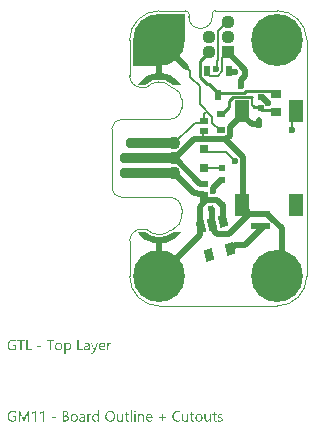
<source format=gtl>
G04*
G04 #@! TF.GenerationSoftware,Altium Limited,Altium Designer,22.11.1 (43)*
G04*
G04 Layer_Physical_Order=1*
G04 Layer_Color=255*
%FSAX26Y26*%
%MOIN*%
G70*
G04*
G04 #@! TF.SameCoordinates,345A39FD-F609-404A-8C7F-D1080D3B892E*
G04*
G04*
G04 #@! TF.FilePolarity,Positive*
G04*
G01*
G75*
%ADD10C,0.005906*%
%ADD11C,0.007874*%
%ADD12C,0.003937*%
G04:AMPARAMS|DCode=29|XSize=35.433mil|YSize=188.976mil|CornerRadius=13.819mil|HoleSize=0mil|Usage=FLASHONLY|Rotation=90.000|XOffset=0mil|YOffset=0mil|HoleType=Round|Shape=RoundedRectangle|*
%AMROUNDEDRECTD29*
21,1,0.035433,0.161339,0,0,90.0*
21,1,0.007795,0.188976,0,0,90.0*
1,1,0.027638,0.080669,0.003898*
1,1,0.027638,0.080669,-0.003898*
1,1,0.027638,-0.080669,-0.003898*
1,1,0.027638,-0.080669,0.003898*
%
%ADD29ROUNDEDRECTD29*%
G04:AMPARAMS|DCode=30|XSize=35.433mil|YSize=169.291mil|CornerRadius=13.819mil|HoleSize=0mil|Usage=FLASHONLY|Rotation=90.000|XOffset=0mil|YOffset=0mil|HoleType=Round|Shape=RoundedRectangle|*
%AMROUNDEDRECTD30*
21,1,0.035433,0.141654,0,0,90.0*
21,1,0.007795,0.169291,0,0,90.0*
1,1,0.027638,0.070827,0.003898*
1,1,0.027638,0.070827,-0.003898*
1,1,0.027638,-0.070827,-0.003898*
1,1,0.027638,-0.070827,0.003898*
%
%ADD30ROUNDEDRECTD30*%
%ADD40C,0.043307*%
%ADD44R,0.032000X0.030000*%
G04:AMPARAMS|DCode=45|XSize=27.559mil|YSize=39.37mil|CornerRadius=0mil|HoleSize=0mil|Usage=FLASHONLY|Rotation=15.000|XOffset=0mil|YOffset=0mil|HoleType=Round|Shape=Rectangle|*
%AMROTATEDRECTD45*
4,1,4,-0.008215,-0.022581,-0.018405,0.015448,0.008215,0.022581,0.018405,-0.015448,-0.008215,-0.022581,0.0*
%
%ADD45ROTATEDRECTD45*%

G04:AMPARAMS|DCode=46|XSize=19.685mil|YSize=21.654mil|CornerRadius=0mil|HoleSize=0mil|Usage=FLASHONLY|Rotation=15.000|XOffset=0mil|YOffset=0mil|HoleType=Round|Shape=Rectangle|*
%AMROTATEDRECTD46*
4,1,4,-0.006705,-0.013005,-0.012309,0.007910,0.006705,0.013005,0.012309,-0.007910,-0.006705,-0.013005,0.0*
%
%ADD46ROTATEDRECTD46*%

%ADD47R,0.021654X0.019685*%
%ADD48R,0.023622X0.035433*%
%ADD49R,0.031496X0.023622*%
%ADD50R,0.027559X0.023622*%
%ADD51R,0.021654X0.019685*%
%ADD52R,0.031496X0.031496*%
%ADD53R,0.051181X0.074803*%
%ADD54C,0.009842*%
%ADD55C,0.019685*%
%ADD56C,0.173228*%
%ADD57C,0.043701*%
%ADD58R,0.043701X0.043701*%
%ADD59C,0.023622*%
G36*
X-00110233Y00389765D02*
X-00192910Y00307088D01*
X-00283465Y00307088D01*
X-00283465Y00393701D01*
X-00196850Y00480315D01*
X-00110233Y00480315D01*
X-00110233Y00389765D01*
X-00110233Y00389765D02*
G37*
G36*
X-00188406Y00283308D02*
X-00174509Y00280802D01*
X-00161202Y00276079D01*
X-00148835Y00269263D01*
X-00137736Y00260535D01*
X-00128197Y00250123D01*
X-00124334Y00244214D01*
X-00124333Y00244214D01*
X-00124333Y00244183D01*
X-00150656Y00244192D01*
X-00155440Y00248428D01*
X-00166118Y00255422D01*
X-00177941Y00260234D01*
X-00190469Y00262686D01*
X-00203234Y00262685D01*
X-00215761Y00260233D01*
X-00227584Y00255419D01*
X-00238262Y00248424D01*
X-00243045Y00244187D01*
X-00243045Y00244188D01*
X-00243110Y00244134D01*
X-00255906Y00244138D01*
X-00257431Y00244138D01*
X-00260466Y00244431D01*
X-00263458Y00245018D01*
X-00266380Y00245890D01*
X-00267792Y00246466D01*
X-00267792Y00246466D01*
X-00267792Y00246466D01*
X-00267792Y00246466D01*
X-00263745Y00252251D01*
X-00253884Y00262358D01*
X-00242516Y00270734D01*
X-00229941Y00277158D01*
X-00216493Y00281461D01*
X-00202524Y00283529D01*
X-00188406Y00283308D01*
X-00188406Y00283308D02*
G37*
G36*
X-00243045Y-00244188D02*
X-00238262Y-00248424D01*
X-00227584Y-00255419D01*
X-00215761Y-00260233D01*
X-00203234Y-00262685D01*
X-00190469Y-00262686D01*
X-00177941Y-00260234D01*
X-00166118Y-00255422D01*
X-00155440Y-00248428D01*
X-00150656Y-00244192D01*
X-00124333Y-00244183D01*
X-00124333Y-00244214D01*
X-00124334Y-00244214D01*
X-00128197Y-00250123D01*
X-00137736Y-00260535D01*
X-00148835Y-00269264D01*
X-00161202Y-00276079D01*
X-00174509Y-00280803D01*
X-00188406Y-00283308D01*
X-00202524Y-00283529D01*
X-00216493Y-00281462D01*
X-00229941Y-00277158D01*
X-00242516Y-00270734D01*
X-00253884Y-00262358D01*
X-00263745Y-00252251D01*
X-00267792Y-00246466D01*
X-00267792Y-00246466D01*
X-00267792Y-00246466D01*
X-00267792Y-00246466D01*
X-00266380Y-00245890D01*
X-00263458Y-00245018D01*
X-00260466Y-00244432D01*
X-00257431Y-00244138D01*
X-00255906Y-00244138D01*
X-00243110Y-00244134D01*
X-00243045Y-00244188D01*
X-00243045Y-00244188D02*
G37*
G36*
X-00683037Y-00604058D02*
X-00682542Y-00604088D01*
X-00681955Y-00604119D01*
X-00681337Y-00604181D01*
X-00680626Y-00604274D01*
X-00679885Y-00604366D01*
X-00679112Y-00604490D01*
X-00678309Y-00604645D01*
X-00677505Y-00604830D01*
X-00676702Y-00605046D01*
X-00675899Y-00605293D01*
X-00675095Y-00605572D01*
X-00674354Y-00605912D01*
X-00674354Y-00610454D01*
X-00674415Y-00610423D01*
X-00674539Y-00610330D01*
X-00674786Y-00610207D01*
X-00675095Y-00610021D01*
X-00675528Y-00609836D01*
X-00676022Y-00609589D01*
X-00676578Y-00609372D01*
X-00677227Y-00609094D01*
X-00677907Y-00608847D01*
X-00678680Y-00608600D01*
X-00679514Y-00608384D01*
X-00680410Y-00608198D01*
X-00681368Y-00608013D01*
X-00682357Y-00607889D01*
X-00683376Y-00607796D01*
X-00684458Y-00607765D01*
X-00684705Y-00607765D01*
X-00685014Y-00607796D01*
X-00685447Y-00607827D01*
X-00685941Y-00607889D01*
X-00686528Y-00607982D01*
X-00687177Y-00608105D01*
X-00687888Y-00608260D01*
X-00688630Y-00608476D01*
X-00689402Y-00608754D01*
X-00690205Y-00609094D01*
X-00691040Y-00609496D01*
X-00691843Y-00609959D01*
X-00692616Y-00610485D01*
X-00693388Y-00611134D01*
X-00694130Y-00611844D01*
X-00694161Y-00611875D01*
X-00694284Y-00612030D01*
X-00694470Y-00612246D01*
X-00694717Y-00612586D01*
X-00694995Y-00612988D01*
X-00695335Y-00613451D01*
X-00695675Y-00614038D01*
X-00696015Y-00614687D01*
X-00696355Y-00615398D01*
X-00696694Y-00616201D01*
X-00697034Y-00617066D01*
X-00697312Y-00617993D01*
X-00697560Y-00618982D01*
X-00697745Y-00620033D01*
X-00697869Y-00621176D01*
X-00697899Y-00622350D01*
X-00697899Y-00622381D01*
X-00697899Y-00622412D01*
X-00697899Y-00622505D01*
X-00697899Y-00622628D01*
X-00697899Y-00622814D01*
X-00697869Y-00622999D01*
X-00697838Y-00623463D01*
X-00697807Y-00624019D01*
X-00697714Y-00624668D01*
X-00697621Y-00625379D01*
X-00697467Y-00626151D01*
X-00697282Y-00626985D01*
X-00697034Y-00627851D01*
X-00696756Y-00628716D01*
X-00696416Y-00629612D01*
X-00696015Y-00630477D01*
X-00695551Y-00631311D01*
X-00695026Y-00632115D01*
X-00694408Y-00632856D01*
X-00694377Y-00632887D01*
X-00694253Y-00633011D01*
X-00694037Y-00633196D01*
X-00693759Y-00633443D01*
X-00693419Y-00633721D01*
X-00692986Y-00634061D01*
X-00692492Y-00634401D01*
X-00691905Y-00634741D01*
X-00691256Y-00635112D01*
X-00690545Y-00635452D01*
X-00689773Y-00635761D01*
X-00688908Y-00636070D01*
X-00688011Y-00636317D01*
X-00687023Y-00636503D01*
X-00686003Y-00636626D01*
X-00684891Y-00636657D01*
X-00684489Y-00636657D01*
X-00684211Y-00636626D01*
X-00683840Y-00636595D01*
X-00683438Y-00636564D01*
X-00682975Y-00636533D01*
X-00682449Y-00636441D01*
X-00681924Y-00636379D01*
X-00681337Y-00636255D01*
X-00680163Y-00635977D01*
X-00679545Y-00635792D01*
X-00678958Y-00635545D01*
X-00678371Y-00635297D01*
X-00677784Y-00635019D01*
X-00677784Y-00625162D01*
X-00685478Y-00625162D01*
X-00685478Y-00621423D01*
X-00673643Y-00621423D01*
X-00673643Y-00637368D01*
X-00673705Y-00637399D01*
X-00673890Y-00637491D01*
X-00674168Y-00637646D01*
X-00674570Y-00637831D01*
X-00675064Y-00638048D01*
X-00675652Y-00638295D01*
X-00676331Y-00638573D01*
X-00677104Y-00638851D01*
X-00677938Y-00639129D01*
X-00678865Y-00639407D01*
X-00679823Y-00639654D01*
X-00680843Y-00639871D01*
X-00681924Y-00640056D01*
X-00683067Y-00640211D01*
X-00684211Y-00640303D01*
X-00685416Y-00640334D01*
X-00685756Y-00640334D01*
X-00685910Y-00640303D01*
X-00686127Y-00640303D01*
X-00686374Y-00640272D01*
X-00686652Y-00640272D01*
X-00687301Y-00640180D01*
X-00688042Y-00640087D01*
X-00688846Y-00639932D01*
X-00689742Y-00639716D01*
X-00690700Y-00639469D01*
X-00691689Y-00639160D01*
X-00692708Y-00638758D01*
X-00693728Y-00638295D01*
X-00694748Y-00637739D01*
X-00695736Y-00637090D01*
X-00696694Y-00636348D01*
X-00697591Y-00635514D01*
X-00697652Y-00635452D01*
X-00697776Y-00635297D01*
X-00698023Y-00635019D01*
X-00698301Y-00634618D01*
X-00698672Y-00634154D01*
X-00699043Y-00633567D01*
X-00699475Y-00632856D01*
X-00699908Y-00632084D01*
X-00700341Y-00631219D01*
X-00700773Y-00630230D01*
X-00701144Y-00629179D01*
X-00701515Y-00628036D01*
X-00701793Y-00626831D01*
X-00702040Y-00625502D01*
X-00702164Y-00624112D01*
X-00702226Y-00622659D01*
X-00702226Y-00622628D01*
X-00702226Y-00622567D01*
X-00702226Y-00622443D01*
X-00702226Y-00622288D01*
X-00702195Y-00622103D01*
X-00702195Y-00621856D01*
X-00702164Y-00621609D01*
X-00702133Y-00621300D01*
X-00702102Y-00620960D01*
X-00702071Y-00620620D01*
X-00701947Y-00619817D01*
X-00701793Y-00618889D01*
X-00701577Y-00617932D01*
X-00701298Y-00616881D01*
X-00700959Y-00615799D01*
X-00700557Y-00614687D01*
X-00700062Y-00613575D01*
X-00699444Y-00612462D01*
X-00698765Y-00611350D01*
X-00697961Y-00610299D01*
X-00697065Y-00609280D01*
X-00697003Y-00609218D01*
X-00696818Y-00609063D01*
X-00696540Y-00608785D01*
X-00696138Y-00608445D01*
X-00695613Y-00608074D01*
X-00695026Y-00607611D01*
X-00694315Y-00607148D01*
X-00693481Y-00606653D01*
X-00692585Y-00606159D01*
X-00691596Y-00605695D01*
X-00690545Y-00605232D01*
X-00689371Y-00604861D01*
X-00688135Y-00604521D01*
X-00686837Y-00604243D01*
X-00685447Y-00604088D01*
X-00683995Y-00604027D01*
X-00683438Y-00604027D01*
X-00683037Y-00604058D01*
X-00683037Y-00604058D02*
G37*
G36*
X-00499614Y-00614100D02*
X-00499274Y-00614131D01*
X-00498873Y-00614162D01*
X-00498409Y-00614255D01*
X-00497884Y-00614347D01*
X-00497297Y-00614502D01*
X-00496710Y-00614687D01*
X-00496092Y-00614903D01*
X-00495474Y-00615182D01*
X-00494825Y-00615490D01*
X-00494207Y-00615892D01*
X-00493620Y-00616356D01*
X-00493033Y-00616881D01*
X-00492507Y-00617468D01*
X-00492476Y-00617499D01*
X-00492384Y-00617623D01*
X-00492260Y-00617808D01*
X-00492075Y-00618086D01*
X-00491889Y-00618426D01*
X-00491642Y-00618828D01*
X-00491395Y-00619322D01*
X-00491148Y-00619847D01*
X-00490900Y-00620465D01*
X-00490653Y-00621145D01*
X-00490406Y-00621887D01*
X-00490221Y-00622690D01*
X-00490035Y-00623555D01*
X-00489912Y-00624482D01*
X-00489819Y-00625471D01*
X-00489788Y-00626491D01*
X-00489788Y-00626522D01*
X-00489788Y-00626553D01*
X-00489788Y-00626645D01*
X-00489788Y-00626769D01*
X-00489819Y-00627109D01*
X-00489850Y-00627542D01*
X-00489881Y-00628067D01*
X-00489942Y-00628685D01*
X-00490035Y-00629365D01*
X-00490159Y-00630106D01*
X-00490344Y-00630879D01*
X-00490530Y-00631713D01*
X-00490777Y-00632547D01*
X-00491086Y-00633382D01*
X-00491426Y-00634216D01*
X-00491827Y-00635050D01*
X-00492322Y-00635823D01*
X-00492847Y-00636564D01*
X-00492878Y-00636595D01*
X-00493002Y-00636719D01*
X-00493156Y-00636904D01*
X-00493403Y-00637151D01*
X-00493712Y-00637429D01*
X-00494083Y-00637769D01*
X-00494547Y-00638109D01*
X-00495041Y-00638449D01*
X-00495597Y-00638789D01*
X-00496246Y-00639129D01*
X-00496926Y-00639469D01*
X-00497668Y-00639747D01*
X-00498471Y-00639994D01*
X-00499336Y-00640180D01*
X-00500263Y-00640303D01*
X-00501221Y-00640334D01*
X-00501437Y-00640334D01*
X-00501685Y-00640303D01*
X-00502024Y-00640272D01*
X-00502426Y-00640211D01*
X-00502890Y-00640118D01*
X-00503415Y-00639994D01*
X-00504002Y-00639809D01*
X-00504589Y-00639592D01*
X-00505207Y-00639314D01*
X-00505825Y-00638975D01*
X-00506474Y-00638573D01*
X-00507092Y-00638078D01*
X-00507679Y-00637522D01*
X-00508235Y-00636873D01*
X-00508761Y-00636132D01*
X-00508853Y-00636132D01*
X-00508853Y-00651273D01*
X-00512870Y-00651273D01*
X-00512870Y-00614656D01*
X-00508853Y-00614656D01*
X-00508853Y-00619075D01*
X-00508761Y-00619075D01*
X-00508730Y-00619013D01*
X-00508606Y-00618859D01*
X-00508452Y-00618611D01*
X-00508204Y-00618302D01*
X-00507895Y-00617901D01*
X-00507525Y-00617499D01*
X-00507061Y-00617035D01*
X-00506567Y-00616572D01*
X-00505980Y-00616109D01*
X-00505331Y-00615645D01*
X-00504620Y-00615243D01*
X-00503848Y-00614842D01*
X-00503013Y-00614533D01*
X-00502086Y-00614285D01*
X-00501128Y-00614131D01*
X-00500078Y-00614069D01*
X-00499861Y-00614069D01*
X-00499614Y-00614100D01*
X-00499614Y-00614100D02*
G37*
G36*
X-00358710Y-00614255D02*
X-00358370Y-00614255D01*
X-00358000Y-00614316D01*
X-00357598Y-00614378D01*
X-00357196Y-00614440D01*
X-00356856Y-00614563D01*
X-00356856Y-00618735D01*
X-00356918Y-00618704D01*
X-00357042Y-00618611D01*
X-00357289Y-00618488D01*
X-00357629Y-00618333D01*
X-00358092Y-00618179D01*
X-00358587Y-00618055D01*
X-00359205Y-00617962D01*
X-00359915Y-00617932D01*
X-00360163Y-00617932D01*
X-00360348Y-00617962D01*
X-00360564Y-00617993D01*
X-00360811Y-00618055D01*
X-00361399Y-00618241D01*
X-00361738Y-00618364D01*
X-00362078Y-00618519D01*
X-00362449Y-00618735D01*
X-00362820Y-00618951D01*
X-00363160Y-00619229D01*
X-00363531Y-00619569D01*
X-00363870Y-00619940D01*
X-00364210Y-00620373D01*
X-00364241Y-00620404D01*
X-00364272Y-00620496D01*
X-00364365Y-00620620D01*
X-00364488Y-00620805D01*
X-00364612Y-00621053D01*
X-00364767Y-00621361D01*
X-00364921Y-00621701D01*
X-00365076Y-00622103D01*
X-00365230Y-00622536D01*
X-00365385Y-00623030D01*
X-00365539Y-00623586D01*
X-00365663Y-00624173D01*
X-00365786Y-00624822D01*
X-00365879Y-00625502D01*
X-00365910Y-00626213D01*
X-00365941Y-00626985D01*
X-00365941Y-00639747D01*
X-00369958Y-00639747D01*
X-00369958Y-00614656D01*
X-00365941Y-00614656D01*
X-00365941Y-00619847D01*
X-00365848Y-00619847D01*
X-00365848Y-00619817D01*
X-00365817Y-00619724D01*
X-00365755Y-00619600D01*
X-00365694Y-00619415D01*
X-00365601Y-00619198D01*
X-00365477Y-00618920D01*
X-00365199Y-00618333D01*
X-00364828Y-00617654D01*
X-00364365Y-00616974D01*
X-00363840Y-00616325D01*
X-00363222Y-00615707D01*
X-00363191Y-00615676D01*
X-00363129Y-00615645D01*
X-00363036Y-00615583D01*
X-00362913Y-00615460D01*
X-00362758Y-00615367D01*
X-00362542Y-00615243D01*
X-00362078Y-00614965D01*
X-00361491Y-00614687D01*
X-00360811Y-00614440D01*
X-00360070Y-00614285D01*
X-00359668Y-00614255D01*
X-00359266Y-00614224D01*
X-00359019Y-00614224D01*
X-00358710Y-00614255D01*
X-00358710Y-00614255D02*
G37*
G36*
X-00589533Y-00627356D02*
X-00602913Y-00627356D01*
X-00602913Y-00624204D01*
X-00589533Y-00624204D01*
X-00589533Y-00627356D01*
X-00589533Y-00627356D02*
G37*
G36*
X-00412044Y-00643764D02*
X-00412044Y-00643795D01*
X-00412075Y-00643857D01*
X-00412136Y-00643949D01*
X-00412198Y-00644104D01*
X-00412260Y-00644289D01*
X-00412353Y-00644475D01*
X-00412600Y-00644969D01*
X-00412940Y-00645556D01*
X-00413310Y-00646236D01*
X-00413774Y-00646916D01*
X-00414299Y-00647657D01*
X-00414886Y-00648368D01*
X-00415535Y-00649079D01*
X-00416246Y-00649759D01*
X-00417019Y-00650346D01*
X-00417853Y-00650840D01*
X-00418285Y-00651025D01*
X-00418749Y-00651211D01*
X-00419212Y-00651365D01*
X-00419707Y-00651458D01*
X-00420201Y-00651520D01*
X-00420726Y-00651551D01*
X-00420974Y-00651551D01*
X-00421283Y-00651520D01*
X-00421654Y-00651520D01*
X-00422055Y-00651458D01*
X-00422488Y-00651396D01*
X-00422951Y-00651335D01*
X-00423353Y-00651211D01*
X-00423353Y-00647626D01*
X-00423291Y-00647657D01*
X-00423137Y-00647688D01*
X-00422889Y-00647750D01*
X-00422580Y-00647843D01*
X-00422210Y-00647936D01*
X-00421808Y-00647997D01*
X-00421375Y-00648028D01*
X-00420974Y-00648059D01*
X-00420850Y-00648059D01*
X-00420696Y-00648028D01*
X-00420479Y-00647997D01*
X-00420232Y-00647936D01*
X-00419923Y-00647874D01*
X-00419614Y-00647750D01*
X-00419243Y-00647596D01*
X-00418903Y-00647410D01*
X-00418502Y-00647163D01*
X-00418131Y-00646885D01*
X-00417760Y-00646545D01*
X-00417389Y-00646112D01*
X-00417019Y-00645649D01*
X-00416709Y-00645093D01*
X-00416401Y-00644444D01*
X-00414392Y-00639716D01*
X-00424187Y-00614656D01*
X-00419738Y-00614656D01*
X-00412940Y-00633969D01*
X-00412940Y-00634000D01*
X-00412909Y-00634061D01*
X-00412878Y-00634154D01*
X-00412816Y-00634340D01*
X-00412754Y-00634587D01*
X-00412692Y-00634927D01*
X-00412569Y-00635359D01*
X-00412445Y-00635885D01*
X-00412291Y-00635885D01*
X-00412291Y-00635854D01*
X-00412260Y-00635761D01*
X-00412229Y-00635637D01*
X-00412167Y-00635421D01*
X-00412105Y-00635174D01*
X-00412044Y-00634865D01*
X-00411920Y-00634463D01*
X-00411796Y-00634030D01*
X-00404659Y-00614656D01*
X-00400518Y-00614656D01*
X-00412044Y-00643764D01*
X-00412044Y-00643764D02*
G37*
G36*
X-00436516Y-00614100D02*
X-00436300Y-00614100D01*
X-00436084Y-00614131D01*
X-00435806Y-00614162D01*
X-00435497Y-00614224D01*
X-00434848Y-00614347D01*
X-00434075Y-00614563D01*
X-00433303Y-00614842D01*
X-00432469Y-00615243D01*
X-00431634Y-00615738D01*
X-00431233Y-00616016D01*
X-00430831Y-00616356D01*
X-00430460Y-00616726D01*
X-00430089Y-00617097D01*
X-00429749Y-00617530D01*
X-00429440Y-00618024D01*
X-00429131Y-00618519D01*
X-00428853Y-00619075D01*
X-00428637Y-00619693D01*
X-00428421Y-00620342D01*
X-00428266Y-00621022D01*
X-00428142Y-00621794D01*
X-00428081Y-00622567D01*
X-00428050Y-00623432D01*
X-00428050Y-00639747D01*
X-00432067Y-00639747D01*
X-00432067Y-00635854D01*
X-00432159Y-00635854D01*
X-00432190Y-00635915D01*
X-00432283Y-00636039D01*
X-00432438Y-00636255D01*
X-00432654Y-00636564D01*
X-00432932Y-00636904D01*
X-00433272Y-00637275D01*
X-00433643Y-00637677D01*
X-00434106Y-00638078D01*
X-00434632Y-00638511D01*
X-00435188Y-00638913D01*
X-00435837Y-00639284D01*
X-00436516Y-00639623D01*
X-00437289Y-00639932D01*
X-00438092Y-00640149D01*
X-00438957Y-00640272D01*
X-00439885Y-00640334D01*
X-00440255Y-00640334D01*
X-00440502Y-00640303D01*
X-00440812Y-00640272D01*
X-00441182Y-00640241D01*
X-00441584Y-00640180D01*
X-00442017Y-00640087D01*
X-00442974Y-00639840D01*
X-00443438Y-00639685D01*
X-00443932Y-00639500D01*
X-00444427Y-00639284D01*
X-00444890Y-00639005D01*
X-00445323Y-00638696D01*
X-00445755Y-00638356D01*
X-00445786Y-00638326D01*
X-00445848Y-00638264D01*
X-00445941Y-00638140D01*
X-00446095Y-00637986D01*
X-00446250Y-00637800D01*
X-00446404Y-00637553D01*
X-00446621Y-00637275D01*
X-00446806Y-00636966D01*
X-00446991Y-00636595D01*
X-00447177Y-00636193D01*
X-00447362Y-00635761D01*
X-00447517Y-00635297D01*
X-00447671Y-00634803D01*
X-00447764Y-00634278D01*
X-00447826Y-00633691D01*
X-00447857Y-00633104D01*
X-00447857Y-00633073D01*
X-00447857Y-00633011D01*
X-00447857Y-00632918D01*
X-00447826Y-00632794D01*
X-00447826Y-00632640D01*
X-00447795Y-00632455D01*
X-00447733Y-00631991D01*
X-00447610Y-00631435D01*
X-00447424Y-00630817D01*
X-00447177Y-00630137D01*
X-00446806Y-00629426D01*
X-00446373Y-00628716D01*
X-00445848Y-00628005D01*
X-00445508Y-00627665D01*
X-00445168Y-00627325D01*
X-00444767Y-00626985D01*
X-00444365Y-00626676D01*
X-00443901Y-00626367D01*
X-00443407Y-00626089D01*
X-00442882Y-00625842D01*
X-00442295Y-00625595D01*
X-00441677Y-00625379D01*
X-00441028Y-00625193D01*
X-00440317Y-00625039D01*
X-00439575Y-00624915D01*
X-00432067Y-00623864D01*
X-00432067Y-00623833D01*
X-00432067Y-00623803D01*
X-00432067Y-00623710D01*
X-00432067Y-00623586D01*
X-00432098Y-00623277D01*
X-00432159Y-00622876D01*
X-00432221Y-00622381D01*
X-00432345Y-00621825D01*
X-00432499Y-00621269D01*
X-00432716Y-00620651D01*
X-00432994Y-00620064D01*
X-00433334Y-00619477D01*
X-00433735Y-00618951D01*
X-00434230Y-00618457D01*
X-00434848Y-00618055D01*
X-00435528Y-00617746D01*
X-00435898Y-00617623D01*
X-00436331Y-00617530D01*
X-00436764Y-00617499D01*
X-00437227Y-00617468D01*
X-00437443Y-00617468D01*
X-00437660Y-00617499D01*
X-00438000Y-00617530D01*
X-00438401Y-00617561D01*
X-00438865Y-00617623D01*
X-00439390Y-00617715D01*
X-00439946Y-00617839D01*
X-00440564Y-00618024D01*
X-00441213Y-00618210D01*
X-00441893Y-00618457D01*
X-00442604Y-00618766D01*
X-00443314Y-00619137D01*
X-00444025Y-00619538D01*
X-00444736Y-00620002D01*
X-00445416Y-00620558D01*
X-00445416Y-00616448D01*
X-00445385Y-00616418D01*
X-00445261Y-00616356D01*
X-00445045Y-00616232D01*
X-00444767Y-00616078D01*
X-00444396Y-00615892D01*
X-00443994Y-00615707D01*
X-00443500Y-00615490D01*
X-00442944Y-00615243D01*
X-00442356Y-00615027D01*
X-00441708Y-00614811D01*
X-00440997Y-00614625D01*
X-00440255Y-00614440D01*
X-00439452Y-00614285D01*
X-00438649Y-00614162D01*
X-00437783Y-00614100D01*
X-00436887Y-00614069D01*
X-00436671Y-00614069D01*
X-00436516Y-00614100D01*
X-00436516Y-00614100D02*
G37*
G36*
X-00464944Y-00636039D02*
X-00450823Y-00636039D01*
X-00450823Y-00639747D01*
X-00469054Y-00639747D01*
X-00469054Y-00604614D01*
X-00464944Y-00604614D01*
X-00464944Y-00636039D01*
X-00464944Y-00636039D02*
G37*
G36*
X-00547262Y-00608353D02*
X-00557397Y-00608353D01*
X-00557397Y-00639747D01*
X-00561507Y-00639747D01*
X-00561507Y-00608353D01*
X-00571642Y-00608353D01*
X-00571642Y-00604614D01*
X-00547262Y-00604614D01*
X-00547262Y-00608353D01*
X-00547262Y-00608353D02*
G37*
G36*
X-00635080Y-00636039D02*
X-00620958Y-00636039D01*
X-00620958Y-00639747D01*
X-00639189Y-00639747D01*
X-00639189Y-00604614D01*
X-00635080Y-00604614D01*
X-00635080Y-00636039D01*
X-00635080Y-00636039D02*
G37*
G36*
X-00644721Y-00608353D02*
X-00654856Y-00608353D01*
X-00654856Y-00639747D01*
X-00658966Y-00639747D01*
X-00658966Y-00608353D01*
X-00669101Y-00608353D01*
X-00669101Y-00604614D01*
X-00644721Y-00604614D01*
X-00644721Y-00608353D01*
X-00644721Y-00608353D02*
G37*
G36*
X-00385871Y-00614100D02*
X-00385531Y-00614131D01*
X-00385099Y-00614162D01*
X-00384635Y-00614224D01*
X-00384110Y-00614347D01*
X-00383554Y-00614471D01*
X-00382936Y-00614625D01*
X-00382318Y-00614842D01*
X-00381700Y-00615120D01*
X-00381051Y-00615429D01*
X-00380433Y-00615799D01*
X-00379846Y-00616232D01*
X-00379259Y-00616726D01*
X-00378733Y-00617283D01*
X-00378702Y-00617314D01*
X-00378610Y-00617437D01*
X-00378486Y-00617623D01*
X-00378301Y-00617870D01*
X-00378115Y-00618179D01*
X-00377868Y-00618581D01*
X-00377621Y-00619044D01*
X-00377374Y-00619569D01*
X-00377127Y-00620187D01*
X-00376879Y-00620836D01*
X-00376632Y-00621578D01*
X-00376447Y-00622350D01*
X-00376261Y-00623216D01*
X-00376138Y-00624112D01*
X-00376045Y-00625100D01*
X-00376014Y-00626120D01*
X-00376014Y-00628221D01*
X-00393751Y-00628221D01*
X-00393751Y-00628283D01*
X-00393751Y-00628407D01*
X-00393720Y-00628623D01*
X-00393689Y-00628901D01*
X-00393658Y-00629272D01*
X-00393596Y-00629674D01*
X-00393534Y-00630106D01*
X-00393411Y-00630601D01*
X-00393133Y-00631651D01*
X-00392947Y-00632177D01*
X-00392731Y-00632733D01*
X-00392484Y-00633258D01*
X-00392206Y-00633783D01*
X-00391866Y-00634247D01*
X-00391495Y-00634710D01*
X-00391464Y-00634741D01*
X-00391402Y-00634803D01*
X-00391279Y-00634927D01*
X-00391093Y-00635050D01*
X-00390877Y-00635236D01*
X-00390599Y-00635421D01*
X-00390290Y-00635637D01*
X-00389950Y-00635823D01*
X-00389548Y-00636039D01*
X-00389085Y-00636255D01*
X-00388621Y-00636441D01*
X-00388065Y-00636626D01*
X-00387509Y-00636750D01*
X-00386891Y-00636873D01*
X-00386242Y-00636935D01*
X-00385562Y-00636966D01*
X-00385377Y-00636966D01*
X-00385161Y-00636935D01*
X-00384852Y-00636935D01*
X-00384481Y-00636873D01*
X-00384048Y-00636812D01*
X-00383554Y-00636719D01*
X-00382998Y-00636626D01*
X-00382411Y-00636472D01*
X-00381793Y-00636286D01*
X-00381144Y-00636070D01*
X-00380495Y-00635792D01*
X-00379815Y-00635483D01*
X-00379135Y-00635112D01*
X-00378455Y-00634679D01*
X-00377776Y-00634185D01*
X-00377776Y-00637955D01*
X-00377806Y-00637986D01*
X-00377930Y-00638048D01*
X-00378115Y-00638171D01*
X-00378363Y-00638326D01*
X-00378702Y-00638511D01*
X-00379104Y-00638696D01*
X-00379568Y-00638913D01*
X-00380093Y-00639129D01*
X-00380711Y-00639376D01*
X-00381360Y-00639592D01*
X-00382071Y-00639778D01*
X-00382843Y-00639963D01*
X-00383677Y-00640118D01*
X-00384574Y-00640241D01*
X-00385531Y-00640303D01*
X-00386520Y-00640334D01*
X-00386767Y-00640334D01*
X-00387015Y-00640303D01*
X-00387385Y-00640272D01*
X-00387849Y-00640241D01*
X-00388374Y-00640149D01*
X-00388930Y-00640056D01*
X-00389548Y-00639902D01*
X-00390197Y-00639716D01*
X-00390877Y-00639500D01*
X-00391588Y-00639222D01*
X-00392268Y-00638913D01*
X-00392978Y-00638511D01*
X-00393627Y-00638048D01*
X-00394276Y-00637522D01*
X-00394863Y-00636935D01*
X-00394894Y-00636904D01*
X-00394987Y-00636781D01*
X-00395141Y-00636564D01*
X-00395327Y-00636286D01*
X-00395574Y-00635946D01*
X-00395821Y-00635514D01*
X-00396099Y-00635019D01*
X-00396377Y-00634432D01*
X-00396655Y-00633814D01*
X-00396933Y-00633073D01*
X-00397181Y-00632300D01*
X-00397428Y-00631435D01*
X-00397613Y-00630508D01*
X-00397768Y-00629519D01*
X-00397861Y-00628438D01*
X-00397891Y-00627325D01*
X-00397891Y-00627294D01*
X-00397891Y-00627263D01*
X-00397891Y-00627171D01*
X-00397891Y-00627078D01*
X-00397861Y-00626769D01*
X-00397830Y-00626336D01*
X-00397799Y-00625842D01*
X-00397706Y-00625286D01*
X-00397613Y-00624637D01*
X-00397490Y-00623926D01*
X-00397304Y-00623185D01*
X-00397088Y-00622412D01*
X-00396810Y-00621609D01*
X-00396501Y-00620805D01*
X-00396130Y-00620033D01*
X-00395667Y-00619229D01*
X-00395172Y-00618488D01*
X-00394585Y-00617777D01*
X-00394554Y-00617746D01*
X-00394431Y-00617623D01*
X-00394245Y-00617437D01*
X-00393998Y-00617190D01*
X-00393658Y-00616912D01*
X-00393256Y-00616603D01*
X-00392824Y-00616263D01*
X-00392298Y-00615923D01*
X-00391742Y-00615583D01*
X-00391093Y-00615243D01*
X-00390414Y-00614934D01*
X-00389703Y-00614656D01*
X-00388930Y-00614409D01*
X-00388096Y-00614224D01*
X-00387231Y-00614100D01*
X-00386335Y-00614069D01*
X-00386118Y-00614069D01*
X-00385871Y-00614100D01*
X-00385871Y-00614100D02*
G37*
G36*
X-00530669Y-00614100D02*
X-00530267Y-00614131D01*
X-00529803Y-00614162D01*
X-00529247Y-00614255D01*
X-00528660Y-00614347D01*
X-00528011Y-00614502D01*
X-00527301Y-00614687D01*
X-00526590Y-00614903D01*
X-00525879Y-00615182D01*
X-00525138Y-00615521D01*
X-00524427Y-00615923D01*
X-00523716Y-00616387D01*
X-00523067Y-00616912D01*
X-00522449Y-00617530D01*
X-00522418Y-00617561D01*
X-00522326Y-00617684D01*
X-00522171Y-00617901D01*
X-00521955Y-00618179D01*
X-00521708Y-00618519D01*
X-00521461Y-00618951D01*
X-00521152Y-00619446D01*
X-00520873Y-00620033D01*
X-00520564Y-00620682D01*
X-00520286Y-00621392D01*
X-00520039Y-00622165D01*
X-00519792Y-00623030D01*
X-00519576Y-00623957D01*
X-00519421Y-00624946D01*
X-00519328Y-00625996D01*
X-00519298Y-00627109D01*
X-00519298Y-00627140D01*
X-00519298Y-00627171D01*
X-00519298Y-00627263D01*
X-00519298Y-00627387D01*
X-00519328Y-00627696D01*
X-00519359Y-00628098D01*
X-00519390Y-00628623D01*
X-00519483Y-00629210D01*
X-00519576Y-00629859D01*
X-00519730Y-00630570D01*
X-00519915Y-00631311D01*
X-00520132Y-00632115D01*
X-00520410Y-00632918D01*
X-00520719Y-00633721D01*
X-00521121Y-00634525D01*
X-00521584Y-00635297D01*
X-00522109Y-00636039D01*
X-00522697Y-00636750D01*
X-00522727Y-00636781D01*
X-00522851Y-00636904D01*
X-00523036Y-00637090D01*
X-00523314Y-00637306D01*
X-00523654Y-00637584D01*
X-00524056Y-00637893D01*
X-00524551Y-00638202D01*
X-00525107Y-00638542D01*
X-00525725Y-00638882D01*
X-00526404Y-00639191D01*
X-00527146Y-00639500D01*
X-00527949Y-00639778D01*
X-00528846Y-00639994D01*
X-00529773Y-00640180D01*
X-00530731Y-00640303D01*
X-00531781Y-00640334D01*
X-00532028Y-00640334D01*
X-00532306Y-00640303D01*
X-00532708Y-00640272D01*
X-00533172Y-00640241D01*
X-00533728Y-00640149D01*
X-00534315Y-00640056D01*
X-00534964Y-00639902D01*
X-00535674Y-00639716D01*
X-00536385Y-00639469D01*
X-00537127Y-00639191D01*
X-00537868Y-00638851D01*
X-00538610Y-00638449D01*
X-00539352Y-00637986D01*
X-00540031Y-00637460D01*
X-00540680Y-00636842D01*
X-00540711Y-00636812D01*
X-00540835Y-00636688D01*
X-00540989Y-00636472D01*
X-00541206Y-00636193D01*
X-00541453Y-00635854D01*
X-00541731Y-00635421D01*
X-00542009Y-00634927D01*
X-00542318Y-00634340D01*
X-00542627Y-00633721D01*
X-00542936Y-00633011D01*
X-00543214Y-00632238D01*
X-00543461Y-00631404D01*
X-00543678Y-00630539D01*
X-00543832Y-00629581D01*
X-00543956Y-00628561D01*
X-00543987Y-00627511D01*
X-00543987Y-00627480D01*
X-00543987Y-00627449D01*
X-00543987Y-00627356D01*
X-00543987Y-00627232D01*
X-00543956Y-00626893D01*
X-00543925Y-00626460D01*
X-00543894Y-00625935D01*
X-00543801Y-00625317D01*
X-00543708Y-00624637D01*
X-00543554Y-00623895D01*
X-00543369Y-00623123D01*
X-00543152Y-00622319D01*
X-00542874Y-00621485D01*
X-00542534Y-00620651D01*
X-00542133Y-00619847D01*
X-00541700Y-00619075D01*
X-00541175Y-00618333D01*
X-00540557Y-00617623D01*
X-00540526Y-00617592D01*
X-00540402Y-00617468D01*
X-00540186Y-00617283D01*
X-00539908Y-00617066D01*
X-00539568Y-00616788D01*
X-00539135Y-00616510D01*
X-00538641Y-00616170D01*
X-00538085Y-00615830D01*
X-00537467Y-00615521D01*
X-00536756Y-00615182D01*
X-00535984Y-00614903D01*
X-00535149Y-00614625D01*
X-00534253Y-00614409D01*
X-00533295Y-00614224D01*
X-00532275Y-00614100D01*
X-00531194Y-00614069D01*
X-00530947Y-00614069D01*
X-00530669Y-00614100D01*
X-00530669Y-00614100D02*
G37*
G36*
X-00277104Y-00840730D02*
X-00276825Y-00840792D01*
X-00276547Y-00840884D01*
X-00276238Y-00841039D01*
X-00275929Y-00841224D01*
X-00275620Y-00841471D01*
X-00275589Y-00841502D01*
X-00275497Y-00841595D01*
X-00275373Y-00841750D01*
X-00275219Y-00841966D01*
X-00275095Y-00842244D01*
X-00274971Y-00842553D01*
X-00274879Y-00842924D01*
X-00274848Y-00843325D01*
X-00274848Y-00843387D01*
X-00274848Y-00843511D01*
X-00274879Y-00843696D01*
X-00274941Y-00843974D01*
X-00275033Y-00844252D01*
X-00275188Y-00844561D01*
X-00275373Y-00844870D01*
X-00275620Y-00845179D01*
X-00275651Y-00845210D01*
X-00275744Y-00845303D01*
X-00275929Y-00845427D01*
X-00276146Y-00845550D01*
X-00276424Y-00845674D01*
X-00276733Y-00845797D01*
X-00277073Y-00845890D01*
X-00277474Y-00845921D01*
X-00277660Y-00845921D01*
X-00277845Y-00845890D01*
X-00278123Y-00845828D01*
X-00278401Y-00845736D01*
X-00278710Y-00845612D01*
X-00279019Y-00845457D01*
X-00279328Y-00845210D01*
X-00279359Y-00845179D01*
X-00279452Y-00845087D01*
X-00279576Y-00844901D01*
X-00279699Y-00844685D01*
X-00279823Y-00844438D01*
X-00279946Y-00844098D01*
X-00280039Y-00843727D01*
X-00280070Y-00843325D01*
X-00280070Y-00843264D01*
X-00280070Y-00843140D01*
X-00280039Y-00842924D01*
X-00279977Y-00842677D01*
X-00279885Y-00842367D01*
X-00279761Y-00842058D01*
X-00279576Y-00841750D01*
X-00279328Y-00841471D01*
X-00279298Y-00841441D01*
X-00279205Y-00841348D01*
X-00279019Y-00841224D01*
X-00278803Y-00841070D01*
X-00278525Y-00840946D01*
X-00278216Y-00840822D01*
X-00277876Y-00840730D01*
X-00277474Y-00840699D01*
X-00277289Y-00840699D01*
X-00277104Y-00840730D01*
X-00277104Y-00840730D02*
G37*
G36*
X-00133913Y-00841688D02*
X-00133480Y-00841688D01*
X-00132986Y-00841719D01*
X-00132461Y-00841780D01*
X-00131843Y-00841842D01*
X-00131194Y-00841904D01*
X-00130545Y-00841997D01*
X-00129154Y-00842275D01*
X-00127764Y-00842615D01*
X-00127115Y-00842862D01*
X-00126466Y-00843109D01*
X-00126466Y-00847497D01*
X-00126497Y-00847466D01*
X-00126651Y-00847404D01*
X-00126837Y-00847312D01*
X-00127115Y-00847157D01*
X-00127486Y-00847003D01*
X-00127918Y-00846817D01*
X-00128382Y-00846632D01*
X-00128938Y-00846446D01*
X-00129525Y-00846261D01*
X-00130174Y-00846045D01*
X-00130854Y-00845890D01*
X-00131595Y-00845736D01*
X-00132337Y-00845581D01*
X-00133141Y-00845488D01*
X-00133975Y-00845427D01*
X-00134809Y-00845396D01*
X-00135087Y-00845396D01*
X-00135396Y-00845427D01*
X-00135798Y-00845457D01*
X-00136323Y-00845519D01*
X-00136910Y-00845612D01*
X-00137590Y-00845736D01*
X-00138301Y-00845890D01*
X-00139073Y-00846106D01*
X-00139877Y-00846385D01*
X-00140680Y-00846724D01*
X-00141514Y-00847095D01*
X-00142318Y-00847559D01*
X-00143121Y-00848115D01*
X-00143894Y-00848733D01*
X-00144635Y-00849444D01*
X-00144666Y-00849475D01*
X-00144790Y-00849629D01*
X-00144975Y-00849845D01*
X-00145222Y-00850185D01*
X-00145500Y-00850587D01*
X-00145810Y-00851081D01*
X-00146149Y-00851668D01*
X-00146489Y-00852317D01*
X-00146860Y-00853028D01*
X-00147200Y-00853862D01*
X-00147509Y-00854727D01*
X-00147787Y-00855685D01*
X-00148034Y-00856736D01*
X-00148220Y-00857817D01*
X-00148343Y-00858992D01*
X-00148374Y-00860228D01*
X-00148374Y-00860259D01*
X-00148374Y-00860289D01*
X-00148374Y-00860382D01*
X-00148374Y-00860506D01*
X-00148374Y-00860660D01*
X-00148343Y-00860846D01*
X-00148312Y-00861278D01*
X-00148281Y-00861835D01*
X-00148189Y-00862452D01*
X-00148096Y-00863163D01*
X-00147942Y-00863905D01*
X-00147756Y-00864708D01*
X-00147509Y-00865543D01*
X-00147231Y-00866408D01*
X-00146891Y-00867273D01*
X-00146489Y-00868107D01*
X-00146026Y-00868942D01*
X-00145500Y-00869745D01*
X-00144882Y-00870486D01*
X-00144852Y-00870517D01*
X-00144728Y-00870641D01*
X-00144512Y-00870826D01*
X-00144234Y-00871074D01*
X-00143894Y-00871352D01*
X-00143461Y-00871692D01*
X-00142967Y-00872032D01*
X-00142411Y-00872371D01*
X-00141762Y-00872742D01*
X-00141082Y-00873082D01*
X-00140309Y-00873391D01*
X-00139506Y-00873700D01*
X-00138610Y-00873947D01*
X-00137683Y-00874133D01*
X-00136694Y-00874256D01*
X-00135643Y-00874287D01*
X-00135396Y-00874287D01*
X-00135118Y-00874256D01*
X-00134747Y-00874256D01*
X-00134284Y-00874225D01*
X-00133758Y-00874164D01*
X-00133171Y-00874102D01*
X-00132523Y-00873978D01*
X-00131812Y-00873855D01*
X-00131070Y-00873700D01*
X-00130329Y-00873515D01*
X-00129556Y-00873298D01*
X-00128753Y-00873020D01*
X-00127980Y-00872711D01*
X-00127208Y-00872341D01*
X-00126466Y-00871939D01*
X-00126466Y-00875925D01*
X-00126497Y-00875956D01*
X-00126651Y-00876018D01*
X-00126868Y-00876110D01*
X-00127177Y-00876234D01*
X-00127548Y-00876388D01*
X-00128011Y-00876574D01*
X-00128536Y-00876759D01*
X-00129154Y-00876945D01*
X-00129834Y-00877130D01*
X-00130545Y-00877315D01*
X-00131348Y-00877501D01*
X-00132214Y-00877655D01*
X-00133141Y-00877779D01*
X-00134098Y-00877872D01*
X-00135118Y-00877933D01*
X-00136169Y-00877964D01*
X-00136509Y-00877964D01*
X-00136663Y-00877933D01*
X-00136879Y-00877933D01*
X-00137127Y-00877903D01*
X-00137405Y-00877903D01*
X-00138054Y-00877810D01*
X-00138795Y-00877717D01*
X-00139599Y-00877563D01*
X-00140495Y-00877346D01*
X-00141422Y-00877099D01*
X-00142411Y-00876790D01*
X-00143399Y-00876388D01*
X-00144419Y-00875925D01*
X-00145408Y-00875369D01*
X-00146366Y-00874720D01*
X-00147324Y-00873978D01*
X-00148189Y-00873144D01*
X-00148251Y-00873082D01*
X-00148374Y-00872928D01*
X-00148590Y-00872649D01*
X-00148899Y-00872279D01*
X-00149239Y-00871784D01*
X-00149610Y-00871197D01*
X-00150012Y-00870517D01*
X-00150445Y-00869745D01*
X-00150877Y-00868880D01*
X-00151279Y-00867922D01*
X-00151650Y-00866902D01*
X-00151989Y-00865759D01*
X-00152268Y-00864554D01*
X-00152515Y-00863287D01*
X-00152638Y-00861896D01*
X-00152700Y-00860475D01*
X-00152700Y-00860444D01*
X-00152700Y-00860382D01*
X-00152700Y-00860259D01*
X-00152700Y-00860104D01*
X-00152669Y-00859888D01*
X-00152669Y-00859672D01*
X-00152638Y-00859393D01*
X-00152607Y-00859084D01*
X-00152577Y-00858745D01*
X-00152546Y-00858374D01*
X-00152422Y-00857539D01*
X-00152268Y-00856612D01*
X-00152051Y-00855624D01*
X-00151804Y-00854573D01*
X-00151464Y-00853461D01*
X-00151062Y-00852317D01*
X-00150568Y-00851205D01*
X-00149981Y-00850062D01*
X-00149301Y-00848949D01*
X-00148529Y-00847899D01*
X-00147633Y-00846879D01*
X-00147571Y-00846817D01*
X-00147385Y-00846663D01*
X-00147107Y-00846385D01*
X-00146706Y-00846076D01*
X-00146211Y-00845674D01*
X-00145624Y-00845210D01*
X-00144913Y-00844747D01*
X-00144110Y-00844252D01*
X-00143245Y-00843789D01*
X-00142256Y-00843294D01*
X-00141205Y-00842862D01*
X-00140062Y-00842460D01*
X-00138826Y-00842151D01*
X-00137559Y-00841873D01*
X-00136169Y-00841719D01*
X-00134747Y-00841657D01*
X-00134253Y-00841657D01*
X-00133913Y-00841688D01*
X-00133913Y-00841688D02*
G37*
G36*
X-00683037Y-00841688D02*
X-00682543Y-00841719D01*
X-00681955Y-00841750D01*
X-00681337Y-00841811D01*
X-00680627Y-00841904D01*
X-00679885Y-00841997D01*
X-00679113Y-00842120D01*
X-00678309Y-00842275D01*
X-00677506Y-00842460D01*
X-00676702Y-00842677D01*
X-00675899Y-00842924D01*
X-00675096Y-00843202D01*
X-00674354Y-00843542D01*
X-00674354Y-00848084D01*
X-00674416Y-00848053D01*
X-00674539Y-00847960D01*
X-00674787Y-00847837D01*
X-00675096Y-00847651D01*
X-00675528Y-00847466D01*
X-00676023Y-00847219D01*
X-00676579Y-00847003D01*
X-00677228Y-00846724D01*
X-00677908Y-00846477D01*
X-00678680Y-00846230D01*
X-00679514Y-00846014D01*
X-00680410Y-00845828D01*
X-00681368Y-00845643D01*
X-00682357Y-00845519D01*
X-00683377Y-00845427D01*
X-00684458Y-00845396D01*
X-00684706Y-00845396D01*
X-00685014Y-00845427D01*
X-00685447Y-00845457D01*
X-00685942Y-00845519D01*
X-00686529Y-00845612D01*
X-00687178Y-00845736D01*
X-00687888Y-00845890D01*
X-00688630Y-00846106D01*
X-00689402Y-00846385D01*
X-00690206Y-00846724D01*
X-00691040Y-00847126D01*
X-00691843Y-00847590D01*
X-00692616Y-00848115D01*
X-00693388Y-00848764D01*
X-00694130Y-00849475D01*
X-00694161Y-00849505D01*
X-00694284Y-00849660D01*
X-00694470Y-00849876D01*
X-00694717Y-00850216D01*
X-00694995Y-00850618D01*
X-00695335Y-00851081D01*
X-00695675Y-00851668D01*
X-00696015Y-00852317D01*
X-00696355Y-00853028D01*
X-00696695Y-00853831D01*
X-00697035Y-00854697D01*
X-00697313Y-00855624D01*
X-00697560Y-00856612D01*
X-00697745Y-00857663D01*
X-00697869Y-00858806D01*
X-00697900Y-00859981D01*
X-00697900Y-00860011D01*
X-00697900Y-00860042D01*
X-00697900Y-00860135D01*
X-00697900Y-00860259D01*
X-00697900Y-00860444D01*
X-00697869Y-00860629D01*
X-00697838Y-00861093D01*
X-00697807Y-00861649D01*
X-00697714Y-00862298D01*
X-00697622Y-00863009D01*
X-00697467Y-00863781D01*
X-00697282Y-00864615D01*
X-00697035Y-00865481D01*
X-00696756Y-00866346D01*
X-00696417Y-00867242D01*
X-00696015Y-00868107D01*
X-00695551Y-00868942D01*
X-00695026Y-00869745D01*
X-00694408Y-00870486D01*
X-00694377Y-00870517D01*
X-00694254Y-00870641D01*
X-00694037Y-00870826D01*
X-00693759Y-00871074D01*
X-00693419Y-00871352D01*
X-00692987Y-00871692D01*
X-00692492Y-00872032D01*
X-00691905Y-00872371D01*
X-00691256Y-00872742D01*
X-00690546Y-00873082D01*
X-00689773Y-00873391D01*
X-00688908Y-00873700D01*
X-00688012Y-00873947D01*
X-00687023Y-00874133D01*
X-00686003Y-00874256D01*
X-00684891Y-00874287D01*
X-00684489Y-00874287D01*
X-00684211Y-00874256D01*
X-00683840Y-00874225D01*
X-00683439Y-00874194D01*
X-00682975Y-00874164D01*
X-00682450Y-00874071D01*
X-00681924Y-00874009D01*
X-00681337Y-00873885D01*
X-00680163Y-00873607D01*
X-00679545Y-00873422D01*
X-00678958Y-00873175D01*
X-00678371Y-00872928D01*
X-00677784Y-00872649D01*
X-00677784Y-00862792D01*
X-00685478Y-00862792D01*
X-00685478Y-00859053D01*
X-00673643Y-00859053D01*
X-00673643Y-00874998D01*
X-00673705Y-00875029D01*
X-00673890Y-00875121D01*
X-00674169Y-00875276D01*
X-00674570Y-00875461D01*
X-00675065Y-00875678D01*
X-00675652Y-00875925D01*
X-00676332Y-00876203D01*
X-00677104Y-00876481D01*
X-00677938Y-00876759D01*
X-00678865Y-00877037D01*
X-00679823Y-00877284D01*
X-00680843Y-00877501D01*
X-00681924Y-00877686D01*
X-00683068Y-00877841D01*
X-00684211Y-00877933D01*
X-00685416Y-00877964D01*
X-00685756Y-00877964D01*
X-00685911Y-00877933D01*
X-00686127Y-00877933D01*
X-00686374Y-00877903D01*
X-00686652Y-00877903D01*
X-00687301Y-00877810D01*
X-00688043Y-00877717D01*
X-00688846Y-00877563D01*
X-00689742Y-00877346D01*
X-00690700Y-00877099D01*
X-00691689Y-00876790D01*
X-00692709Y-00876388D01*
X-00693728Y-00875925D01*
X-00694748Y-00875369D01*
X-00695737Y-00874720D01*
X-00696695Y-00873978D01*
X-00697591Y-00873144D01*
X-00697653Y-00873082D01*
X-00697776Y-00872928D01*
X-00698023Y-00872649D01*
X-00698302Y-00872248D01*
X-00698672Y-00871784D01*
X-00699043Y-00871197D01*
X-00699476Y-00870486D01*
X-00699908Y-00869714D01*
X-00700341Y-00868849D01*
X-00700774Y-00867860D01*
X-00701144Y-00866809D01*
X-00701515Y-00865666D01*
X-00701793Y-00864461D01*
X-00702040Y-00863132D01*
X-00702164Y-00861742D01*
X-00702226Y-00860289D01*
X-00702226Y-00860259D01*
X-00702226Y-00860197D01*
X-00702226Y-00860073D01*
X-00702226Y-00859919D01*
X-00702195Y-00859733D01*
X-00702195Y-00859486D01*
X-00702164Y-00859239D01*
X-00702133Y-00858930D01*
X-00702102Y-00858590D01*
X-00702071Y-00858250D01*
X-00701948Y-00857447D01*
X-00701793Y-00856520D01*
X-00701577Y-00855562D01*
X-00701299Y-00854511D01*
X-00700959Y-00853430D01*
X-00700557Y-00852317D01*
X-00700063Y-00851205D01*
X-00699445Y-00850092D01*
X-00698765Y-00848980D01*
X-00697962Y-00847929D01*
X-00697066Y-00846910D01*
X-00697004Y-00846848D01*
X-00696818Y-00846693D01*
X-00696540Y-00846415D01*
X-00696139Y-00846076D01*
X-00695613Y-00845705D01*
X-00695026Y-00845241D01*
X-00694315Y-00844778D01*
X-00693481Y-00844283D01*
X-00692585Y-00843789D01*
X-00691596Y-00843325D01*
X-00690546Y-00842862D01*
X-00689371Y-00842491D01*
X-00688135Y-00842151D01*
X-00686838Y-00841873D01*
X-00685447Y-00841719D01*
X-00683995Y-00841657D01*
X-00683439Y-00841657D01*
X-00683037Y-00841688D01*
X-00683037Y-00841688D02*
G37*
G36*
X-00396779Y-00877377D02*
X-00400796Y-00877377D01*
X-00400796Y-00873144D01*
X-00400889Y-00873144D01*
X-00400920Y-00873206D01*
X-00401013Y-00873360D01*
X-00401198Y-00873577D01*
X-00401414Y-00873885D01*
X-00401723Y-00874256D01*
X-00402063Y-00874658D01*
X-00402496Y-00875091D01*
X-00403021Y-00875554D01*
X-00403577Y-00876018D01*
X-00404226Y-00876450D01*
X-00404937Y-00876852D01*
X-00405709Y-00877223D01*
X-00406544Y-00877532D01*
X-00407471Y-00877748D01*
X-00408459Y-00877903D01*
X-00409510Y-00877964D01*
X-00409726Y-00877964D01*
X-00409974Y-00877933D01*
X-00410283Y-00877903D01*
X-00410684Y-00877872D01*
X-00411148Y-00877779D01*
X-00411673Y-00877686D01*
X-00412229Y-00877532D01*
X-00412816Y-00877377D01*
X-00413434Y-00877130D01*
X-00414052Y-00876883D01*
X-00414701Y-00876543D01*
X-00415319Y-00876172D01*
X-00415937Y-00875709D01*
X-00416524Y-00875183D01*
X-00417081Y-00874596D01*
X-00417111Y-00874565D01*
X-00417204Y-00874442D01*
X-00417328Y-00874256D01*
X-00417513Y-00873978D01*
X-00417729Y-00873638D01*
X-00417977Y-00873237D01*
X-00418224Y-00872742D01*
X-00418471Y-00872186D01*
X-00418749Y-00871568D01*
X-00418996Y-00870888D01*
X-00419244Y-00870116D01*
X-00419460Y-00869312D01*
X-00419645Y-00868447D01*
X-00419769Y-00867489D01*
X-00419862Y-00866500D01*
X-00419892Y-00865450D01*
X-00419892Y-00865419D01*
X-00419892Y-00865388D01*
X-00419892Y-00865295D01*
X-00419892Y-00865172D01*
X-00419862Y-00864863D01*
X-00419831Y-00864430D01*
X-00419800Y-00863874D01*
X-00419738Y-00863287D01*
X-00419645Y-00862607D01*
X-00419491Y-00861865D01*
X-00419336Y-00861093D01*
X-00419120Y-00860259D01*
X-00418873Y-00859455D01*
X-00418564Y-00858590D01*
X-00418224Y-00857787D01*
X-00417791Y-00856983D01*
X-00417328Y-00856211D01*
X-00416772Y-00855469D01*
X-00416741Y-00855438D01*
X-00416617Y-00855315D01*
X-00416432Y-00855129D01*
X-00416185Y-00854882D01*
X-00415875Y-00854604D01*
X-00415505Y-00854264D01*
X-00415041Y-00853924D01*
X-00414547Y-00853584D01*
X-00413960Y-00853244D01*
X-00413342Y-00852904D01*
X-00412662Y-00852564D01*
X-00411920Y-00852286D01*
X-00411117Y-00852039D01*
X-00410252Y-00851854D01*
X-00409356Y-00851730D01*
X-00408398Y-00851699D01*
X-00408181Y-00851699D01*
X-00407903Y-00851730D01*
X-00407563Y-00851761D01*
X-00407131Y-00851823D01*
X-00406636Y-00851916D01*
X-00406111Y-00852039D01*
X-00405524Y-00852194D01*
X-00404906Y-00852410D01*
X-00404288Y-00852688D01*
X-00403670Y-00853028D01*
X-00403052Y-00853430D01*
X-00402465Y-00853893D01*
X-00401878Y-00854418D01*
X-00401353Y-00855067D01*
X-00400889Y-00855778D01*
X-00400796Y-00855778D01*
X-00400796Y-00840235D01*
X-00396779Y-00840235D01*
X-00396779Y-00877377D01*
X-00396779Y-00877377D02*
G37*
G36*
X-00254639Y-00851730D02*
X-00254361Y-00851730D01*
X-00254021Y-00851792D01*
X-00253620Y-00851854D01*
X-00253187Y-00851916D01*
X-00252724Y-00852039D01*
X-00252229Y-00852163D01*
X-00251704Y-00852348D01*
X-00251179Y-00852564D01*
X-00250653Y-00852843D01*
X-00250159Y-00853152D01*
X-00249664Y-00853491D01*
X-00249201Y-00853924D01*
X-00248768Y-00854388D01*
X-00248737Y-00854418D01*
X-00248676Y-00854511D01*
X-00248552Y-00854666D01*
X-00248428Y-00854882D01*
X-00248274Y-00855160D01*
X-00248089Y-00855500D01*
X-00247872Y-00855902D01*
X-00247656Y-00856334D01*
X-00247470Y-00856860D01*
X-00247254Y-00857416D01*
X-00247069Y-00858065D01*
X-00246914Y-00858745D01*
X-00246791Y-00859486D01*
X-00246667Y-00860289D01*
X-00246605Y-00861124D01*
X-00246574Y-00862051D01*
X-00246574Y-00877377D01*
X-00250591Y-00877377D01*
X-00250591Y-00863071D01*
X-00250591Y-00863040D01*
X-00250591Y-00862978D01*
X-00250591Y-00862885D01*
X-00250591Y-00862731D01*
X-00250622Y-00862545D01*
X-00250622Y-00862329D01*
X-00250684Y-00861835D01*
X-00250777Y-00861216D01*
X-00250900Y-00860537D01*
X-00251086Y-00859826D01*
X-00251333Y-00859084D01*
X-00251642Y-00858343D01*
X-00252013Y-00857632D01*
X-00252476Y-00856952D01*
X-00253063Y-00856334D01*
X-00253712Y-00855840D01*
X-00254083Y-00855624D01*
X-00254516Y-00855438D01*
X-00254948Y-00855284D01*
X-00255412Y-00855191D01*
X-00255906Y-00855129D01*
X-00256432Y-00855098D01*
X-00256710Y-00855098D01*
X-00256926Y-00855129D01*
X-00257173Y-00855160D01*
X-00257482Y-00855222D01*
X-00257822Y-00855284D01*
X-00258162Y-00855376D01*
X-00258564Y-00855500D01*
X-00258965Y-00855654D01*
X-00259367Y-00855840D01*
X-00259800Y-00856056D01*
X-00260201Y-00856334D01*
X-00260634Y-00856643D01*
X-00261036Y-00856983D01*
X-00261406Y-00857385D01*
X-00261437Y-00857416D01*
X-00261499Y-00857478D01*
X-00261592Y-00857601D01*
X-00261715Y-00857787D01*
X-00261870Y-00858003D01*
X-00262024Y-00858281D01*
X-00262210Y-00858590D01*
X-00262395Y-00858930D01*
X-00262581Y-00859332D01*
X-00262766Y-00859764D01*
X-00262921Y-00860228D01*
X-00263075Y-00860722D01*
X-00263199Y-00861278D01*
X-00263291Y-00861835D01*
X-00263353Y-00862452D01*
X-00263384Y-00863071D01*
X-00263384Y-00877377D01*
X-00267401Y-00877377D01*
X-00267401Y-00852286D01*
X-00263384Y-00852286D01*
X-00263384Y-00856458D01*
X-00263291Y-00856458D01*
X-00263260Y-00856396D01*
X-00263168Y-00856242D01*
X-00262982Y-00856025D01*
X-00262766Y-00855716D01*
X-00262457Y-00855346D01*
X-00262117Y-00854944D01*
X-00261685Y-00854511D01*
X-00261190Y-00854079D01*
X-00260634Y-00853646D01*
X-00260016Y-00853213D01*
X-00259336Y-00852812D01*
X-00258625Y-00852441D01*
X-00257822Y-00852132D01*
X-00256957Y-00851916D01*
X-00256030Y-00851761D01*
X-00255041Y-00851699D01*
X-00254856Y-00851699D01*
X-00254639Y-00851730D01*
X-00254639Y-00851730D02*
G37*
G36*
X00008999Y-00851730D02*
X00009278Y-00851730D01*
X00009617Y-00851761D01*
X00009988Y-00851792D01*
X00010390Y-00851854D01*
X00011317Y-00851977D01*
X00012275Y-00852194D01*
X00013295Y-00852472D01*
X00014283Y-00852843D01*
X00014283Y-00856921D01*
X00014252Y-00856890D01*
X00014160Y-00856829D01*
X00014005Y-00856767D01*
X00013789Y-00856643D01*
X00013542Y-00856489D01*
X00013233Y-00856334D01*
X00012862Y-00856180D01*
X00012460Y-00855994D01*
X00011997Y-00855840D01*
X00011533Y-00855685D01*
X00011008Y-00855531D01*
X00010452Y-00855376D01*
X00009834Y-00855253D01*
X00009216Y-00855191D01*
X00008598Y-00855129D01*
X00007918Y-00855098D01*
X00007516Y-00855098D01*
X00007238Y-00855129D01*
X00006929Y-00855160D01*
X00006589Y-00855222D01*
X00005879Y-00855376D01*
X00005848Y-00855376D01*
X00005724Y-00855407D01*
X00005570Y-00855469D01*
X00005353Y-00855562D01*
X00004859Y-00855778D01*
X00004334Y-00856087D01*
X00004303Y-00856118D01*
X00004241Y-00856180D01*
X00004117Y-00856273D01*
X00003963Y-00856396D01*
X00003623Y-00856736D01*
X00003314Y-00857199D01*
X00003314Y-00857230D01*
X00003252Y-00857323D01*
X00003221Y-00857447D01*
X00003159Y-00857632D01*
X00003098Y-00857817D01*
X00003036Y-00858065D01*
X00003005Y-00858343D01*
X00002974Y-00858621D01*
X00002974Y-00858652D01*
X00002974Y-00858775D01*
X00003005Y-00858961D01*
X00003005Y-00859208D01*
X00003067Y-00859455D01*
X00003128Y-00859733D01*
X00003190Y-00860011D01*
X00003314Y-00860289D01*
X00003345Y-00860320D01*
X00003376Y-00860413D01*
X00003468Y-00860537D01*
X00003592Y-00860691D01*
X00003747Y-00860846D01*
X00003901Y-00861062D01*
X00004364Y-00861464D01*
X00004395Y-00861495D01*
X00004488Y-00861556D01*
X00004643Y-00861649D01*
X00004828Y-00861773D01*
X00005075Y-00861896D01*
X00005353Y-00862051D01*
X00005693Y-00862236D01*
X00006033Y-00862391D01*
X00006064Y-00862422D01*
X00006218Y-00862452D01*
X00006404Y-00862545D01*
X00006682Y-00862638D01*
X00007022Y-00862792D01*
X00007393Y-00862947D01*
X00007794Y-00863101D01*
X00008258Y-00863287D01*
X00008289Y-00863287D01*
X00008320Y-00863318D01*
X00008412Y-00863349D01*
X00008536Y-00863380D01*
X00008845Y-00863503D01*
X00009247Y-00863688D01*
X00009710Y-00863874D01*
X00010236Y-00864090D01*
X00010761Y-00864337D01*
X00011255Y-00864585D01*
X00011286Y-00864585D01*
X00011317Y-00864615D01*
X00011472Y-00864708D01*
X00011719Y-00864832D01*
X00012028Y-00865017D01*
X00012399Y-00865264D01*
X00012769Y-00865512D01*
X00013140Y-00865821D01*
X00013511Y-00866130D01*
X00013542Y-00866160D01*
X00013665Y-00866284D01*
X00013820Y-00866439D01*
X00014036Y-00866686D01*
X00014252Y-00866964D01*
X00014500Y-00867304D01*
X00014716Y-00867675D01*
X00014932Y-00868076D01*
X00014963Y-00868138D01*
X00015025Y-00868262D01*
X00015087Y-00868509D01*
X00015180Y-00868818D01*
X00015272Y-00869189D01*
X00015365Y-00869621D01*
X00015396Y-00870116D01*
X00015427Y-00870672D01*
X00015427Y-00870703D01*
X00015427Y-00870765D01*
X00015427Y-00870857D01*
X00015427Y-00870981D01*
X00015396Y-00871321D01*
X00015334Y-00871784D01*
X00015210Y-00872279D01*
X00015087Y-00872835D01*
X00014870Y-00873391D01*
X00014592Y-00873916D01*
X00014562Y-00873978D01*
X00014438Y-00874133D01*
X00014252Y-00874380D01*
X00014005Y-00874720D01*
X00013696Y-00875060D01*
X00013325Y-00875461D01*
X00012893Y-00875832D01*
X00012399Y-00876203D01*
X00012337Y-00876234D01*
X00012151Y-00876357D01*
X00011873Y-00876512D01*
X00011502Y-00876697D01*
X00011039Y-00876914D01*
X00010483Y-00877130D01*
X00009896Y-00877346D01*
X00009247Y-00877532D01*
X00009216Y-00877532D01*
X00009154Y-00877563D01*
X00009061Y-00877563D01*
X00008938Y-00877593D01*
X00008783Y-00877624D01*
X00008598Y-00877655D01*
X00008134Y-00877748D01*
X00007547Y-00877841D01*
X00006929Y-00877903D01*
X00006249Y-00877933D01*
X00005508Y-00877964D01*
X00005137Y-00877964D01*
X00004859Y-00877933D01*
X00004519Y-00877933D01*
X00004148Y-00877872D01*
X00003685Y-00877841D01*
X00003221Y-00877779D01*
X00002696Y-00877686D01*
X00002171Y-00877593D01*
X00001058Y-00877346D01*
X-00000085Y-00876976D01*
X-00000641Y-00876728D01*
X-00001198Y-00876481D01*
X-00001198Y-00872186D01*
X-00001167Y-00872217D01*
X-00001043Y-00872279D01*
X-00000858Y-00872402D01*
X-00000610Y-00872557D01*
X-00000301Y-00872742D01*
X00000038Y-00872958D01*
X00000471Y-00873175D01*
X00000935Y-00873391D01*
X00001460Y-00873607D01*
X00002016Y-00873824D01*
X00002603Y-00874040D01*
X00003221Y-00874225D01*
X00003901Y-00874380D01*
X00004581Y-00874504D01*
X00005292Y-00874565D01*
X00006033Y-00874596D01*
X00006249Y-00874596D01*
X00006527Y-00874565D01*
X00006867Y-00874534D01*
X00007269Y-00874473D01*
X00007702Y-00874411D01*
X00008196Y-00874287D01*
X00008691Y-00874164D01*
X00009154Y-00873978D01*
X00009648Y-00873731D01*
X00010081Y-00873453D01*
X00010483Y-00873113D01*
X00010823Y-00872711D01*
X00011101Y-00872248D01*
X00011255Y-00871692D01*
X00011317Y-00871383D01*
X00011317Y-00871074D01*
X00011317Y-00871043D01*
X00011317Y-00870888D01*
X00011286Y-00870703D01*
X00011255Y-00870486D01*
X00011193Y-00870208D01*
X00011132Y-00869930D01*
X00011008Y-00869652D01*
X00010854Y-00869374D01*
X00010823Y-00869343D01*
X00010761Y-00869250D01*
X00010668Y-00869127D01*
X00010544Y-00868942D01*
X00010359Y-00868756D01*
X00010174Y-00868540D01*
X00009927Y-00868354D01*
X00009648Y-00868138D01*
X00009617Y-00868107D01*
X00009525Y-00868045D01*
X00009339Y-00867953D01*
X00009123Y-00867798D01*
X00008876Y-00867644D01*
X00008567Y-00867489D01*
X00008196Y-00867335D01*
X00007825Y-00867180D01*
X00007763Y-00867149D01*
X00007640Y-00867118D01*
X00007424Y-00867026D01*
X00007146Y-00866902D01*
X00006836Y-00866748D01*
X00006435Y-00866593D01*
X00006033Y-00866439D01*
X00005601Y-00866253D01*
X00005570Y-00866253D01*
X00005539Y-00866222D01*
X00005446Y-00866191D01*
X00005322Y-00866130D01*
X00005013Y-00866006D01*
X00004612Y-00865851D01*
X00004148Y-00865635D01*
X00003654Y-00865419D01*
X00003159Y-00865172D01*
X00002665Y-00864924D01*
X00002603Y-00864894D01*
X00002449Y-00864801D01*
X00002232Y-00864677D01*
X00001923Y-00864492D01*
X00001583Y-00864245D01*
X00001244Y-00863997D01*
X00000873Y-00863719D01*
X00000533Y-00863410D01*
X00000502Y-00863380D01*
X00000409Y-00863256D01*
X00000255Y-00863101D01*
X00000069Y-00862854D01*
X-00000147Y-00862576D01*
X-00000363Y-00862236D01*
X-00000549Y-00861896D01*
X-00000734Y-00861495D01*
X-00000765Y-00861433D01*
X-00000796Y-00861309D01*
X-00000858Y-00861062D01*
X-00000919Y-00860784D01*
X-00001012Y-00860413D01*
X-00001074Y-00859981D01*
X-00001105Y-00859486D01*
X-00001136Y-00858961D01*
X-00001136Y-00858930D01*
X-00001136Y-00858868D01*
X-00001136Y-00858775D01*
X-00001136Y-00858652D01*
X-00001105Y-00858343D01*
X-00001043Y-00857910D01*
X-00000950Y-00857416D01*
X-00000796Y-00856890D01*
X-00000610Y-00856365D01*
X-00000332Y-00855840D01*
X-00000332Y-00855809D01*
X-00000301Y-00855778D01*
X-00000178Y-00855624D01*
X00000008Y-00855376D01*
X00000224Y-00855037D01*
X00000533Y-00854697D01*
X00000904Y-00854326D01*
X00001336Y-00853924D01*
X00001800Y-00853584D01*
X00001831Y-00853584D01*
X00001862Y-00853553D01*
X00002047Y-00853430D01*
X00002325Y-00853275D01*
X00002696Y-00853059D01*
X00003159Y-00852843D01*
X00003685Y-00852595D01*
X00004272Y-00852379D01*
X00004890Y-00852194D01*
X00004921Y-00852194D01*
X00004982Y-00852163D01*
X00005075Y-00852132D01*
X00005199Y-00852101D01*
X00005353Y-00852070D01*
X00005539Y-00852039D01*
X00005971Y-00851947D01*
X00006527Y-00851854D01*
X00007115Y-00851761D01*
X00007763Y-00851730D01*
X00008443Y-00851699D01*
X00008752Y-00851699D01*
X00008999Y-00851730D01*
X00008999Y-00851730D02*
G37*
G36*
X-00424404Y-00851885D02*
X-00424064Y-00851885D01*
X-00423693Y-00851947D01*
X-00423291Y-00852008D01*
X-00422890Y-00852070D01*
X-00422550Y-00852194D01*
X-00422550Y-00856365D01*
X-00422612Y-00856334D01*
X-00422735Y-00856242D01*
X-00422983Y-00856118D01*
X-00423322Y-00855963D01*
X-00423786Y-00855809D01*
X-00424280Y-00855685D01*
X-00424898Y-00855593D01*
X-00425609Y-00855562D01*
X-00425856Y-00855562D01*
X-00426042Y-00855593D01*
X-00426258Y-00855624D01*
X-00426505Y-00855685D01*
X-00427092Y-00855871D01*
X-00427432Y-00855994D01*
X-00427772Y-00856149D01*
X-00428143Y-00856365D01*
X-00428514Y-00856582D01*
X-00428853Y-00856860D01*
X-00429224Y-00857199D01*
X-00429564Y-00857570D01*
X-00429904Y-00858003D01*
X-00429935Y-00858034D01*
X-00429966Y-00858126D01*
X-00430059Y-00858250D01*
X-00430182Y-00858436D01*
X-00430306Y-00858683D01*
X-00430460Y-00858992D01*
X-00430615Y-00859332D01*
X-00430769Y-00859733D01*
X-00430924Y-00860166D01*
X-00431078Y-00860660D01*
X-00431233Y-00861216D01*
X-00431356Y-00861804D01*
X-00431480Y-00862452D01*
X-00431573Y-00863132D01*
X-00431604Y-00863843D01*
X-00431635Y-00864615D01*
X-00431635Y-00877377D01*
X-00435651Y-00877377D01*
X-00435651Y-00852286D01*
X-00431635Y-00852286D01*
X-00431635Y-00857478D01*
X-00431542Y-00857478D01*
X-00431542Y-00857447D01*
X-00431511Y-00857354D01*
X-00431449Y-00857230D01*
X-00431387Y-00857045D01*
X-00431295Y-00856829D01*
X-00431171Y-00856551D01*
X-00430893Y-00855963D01*
X-00430522Y-00855284D01*
X-00430059Y-00854604D01*
X-00429533Y-00853955D01*
X-00428915Y-00853337D01*
X-00428884Y-00853306D01*
X-00428823Y-00853275D01*
X-00428730Y-00853213D01*
X-00428606Y-00853090D01*
X-00428452Y-00852997D01*
X-00428236Y-00852874D01*
X-00427772Y-00852595D01*
X-00427185Y-00852317D01*
X-00426505Y-00852070D01*
X-00425764Y-00851916D01*
X-00425362Y-00851885D01*
X-00424960Y-00851854D01*
X-00424713Y-00851854D01*
X-00424404Y-00851885D01*
X-00424404Y-00851885D02*
G37*
G36*
X-00540310Y-00864986D02*
X-00553689Y-00864986D01*
X-00553689Y-00861835D01*
X-00540310Y-00861835D01*
X-00540310Y-00864986D01*
X-00540310Y-00864986D02*
G37*
G36*
X-00629673Y-00877377D02*
X-00633782Y-00877377D01*
X-00633782Y-00853831D01*
X-00633782Y-00853801D01*
X-00633782Y-00853708D01*
X-00633782Y-00853553D01*
X-00633782Y-00853337D01*
X-00633782Y-00853059D01*
X-00633751Y-00852719D01*
X-00633751Y-00852348D01*
X-00633721Y-00851916D01*
X-00633721Y-00851452D01*
X-00633690Y-00850927D01*
X-00633659Y-00850371D01*
X-00633628Y-00849753D01*
X-00633597Y-00849104D01*
X-00633535Y-00848424D01*
X-00633473Y-00847713D01*
X-00633412Y-00846972D01*
X-00633535Y-00846972D01*
X-00633535Y-00847003D01*
X-00633566Y-00847064D01*
X-00633597Y-00847188D01*
X-00633628Y-00847373D01*
X-00633690Y-00847559D01*
X-00633751Y-00847775D01*
X-00633875Y-00848300D01*
X-00634060Y-00848856D01*
X-00634215Y-00849413D01*
X-00634400Y-00849938D01*
X-00634493Y-00850185D01*
X-00634586Y-00850402D01*
X-00646575Y-00877377D01*
X-00648583Y-00877377D01*
X-00660573Y-00850587D01*
X-00660604Y-00850525D01*
X-00660665Y-00850371D01*
X-00660758Y-00850092D01*
X-00660913Y-00849691D01*
X-00661067Y-00849196D01*
X-00661221Y-00848578D01*
X-00661438Y-00847837D01*
X-00661623Y-00846972D01*
X-00661716Y-00846972D01*
X-00661716Y-00847003D01*
X-00661716Y-00847064D01*
X-00661685Y-00847188D01*
X-00661685Y-00847373D01*
X-00661685Y-00847620D01*
X-00661654Y-00847899D01*
X-00661654Y-00848239D01*
X-00661623Y-00848640D01*
X-00661592Y-00849073D01*
X-00661592Y-00849598D01*
X-00661561Y-00850154D01*
X-00661561Y-00850772D01*
X-00661561Y-00851452D01*
X-00661530Y-00852194D01*
X-00661530Y-00852997D01*
X-00661530Y-00853862D01*
X-00661530Y-00877377D01*
X-00665486Y-00877377D01*
X-00665486Y-00842244D01*
X-00660047Y-00842244D01*
X-00649263Y-00866748D01*
X-00649263Y-00866779D01*
X-00649201Y-00866871D01*
X-00649140Y-00867026D01*
X-00649078Y-00867211D01*
X-00648954Y-00867458D01*
X-00648861Y-00867706D01*
X-00648583Y-00868354D01*
X-00648336Y-00869034D01*
X-00648058Y-00869745D01*
X-00647842Y-00870394D01*
X-00647749Y-00870703D01*
X-00647656Y-00870981D01*
X-00647502Y-00870981D01*
X-00647502Y-00870950D01*
X-00647440Y-00870857D01*
X-00647409Y-00870703D01*
X-00647317Y-00870517D01*
X-00647224Y-00870270D01*
X-00647131Y-00869992D01*
X-00646884Y-00869343D01*
X-00646637Y-00868633D01*
X-00646359Y-00867922D01*
X-00646081Y-00867242D01*
X-00645957Y-00866933D01*
X-00645833Y-00866655D01*
X-00634833Y-00842244D01*
X-00629673Y-00842244D01*
X-00629673Y-00877377D01*
X-00629673Y-00877377D02*
G37*
G36*
X-00184249Y-00861124D02*
X-00174361Y-00861124D01*
X-00174361Y-00864399D01*
X-00184249Y-00864399D01*
X-00184249Y-00874287D01*
X-00187524Y-00874287D01*
X-00187524Y-00864399D01*
X-00197412Y-00864399D01*
X-00197412Y-00861124D01*
X-00187524Y-00861124D01*
X-00187524Y-00851236D01*
X-00184249Y-00851236D01*
X-00184249Y-00861124D01*
X-00184249Y-00861124D02*
G37*
G36*
X-00024774Y-00877377D02*
X-00028791Y-00877377D01*
X-00028791Y-00873422D01*
X-00028884Y-00873422D01*
X-00028915Y-00873484D01*
X-00029008Y-00873607D01*
X-00029162Y-00873855D01*
X-00029347Y-00874133D01*
X-00029625Y-00874473D01*
X-00029965Y-00874843D01*
X-00030336Y-00875276D01*
X-00030800Y-00875678D01*
X-00031294Y-00876110D01*
X-00031881Y-00876512D01*
X-00032499Y-00876914D01*
X-00033210Y-00877254D01*
X-00033982Y-00877532D01*
X-00034786Y-00877779D01*
X-00035682Y-00877903D01*
X-00036640Y-00877964D01*
X-00036856Y-00877964D01*
X-00037011Y-00877933D01*
X-00037227Y-00877933D01*
X-00037474Y-00877903D01*
X-00037752Y-00877841D01*
X-00038030Y-00877810D01*
X-00038710Y-00877624D01*
X-00039483Y-00877408D01*
X-00040286Y-00877068D01*
X-00040688Y-00876852D01*
X-00041120Y-00876636D01*
X-00041553Y-00876357D01*
X-00041955Y-00876079D01*
X-00042356Y-00875740D01*
X-00042758Y-00875369D01*
X-00043160Y-00874936D01*
X-00043531Y-00874504D01*
X-00043870Y-00874009D01*
X-00044210Y-00873453D01*
X-00044488Y-00872866D01*
X-00044767Y-00872248D01*
X-00045014Y-00871568D01*
X-00045230Y-00870826D01*
X-00045385Y-00870023D01*
X-00045508Y-00869189D01*
X-00045570Y-00868262D01*
X-00045601Y-00867304D01*
X-00045601Y-00852286D01*
X-00041615Y-00852286D01*
X-00041615Y-00866655D01*
X-00041615Y-00866686D01*
X-00041615Y-00866748D01*
X-00041615Y-00866840D01*
X-00041615Y-00866995D01*
X-00041584Y-00867180D01*
X-00041584Y-00867396D01*
X-00041522Y-00867891D01*
X-00041429Y-00868509D01*
X-00041306Y-00869158D01*
X-00041089Y-00869899D01*
X-00040842Y-00870610D01*
X-00040533Y-00871352D01*
X-00040132Y-00872093D01*
X-00039637Y-00872742D01*
X-00039050Y-00873360D01*
X-00038339Y-00873855D01*
X-00037968Y-00874071D01*
X-00037536Y-00874256D01*
X-00037072Y-00874411D01*
X-00036609Y-00874504D01*
X-00036084Y-00874565D01*
X-00035527Y-00874596D01*
X-00035249Y-00874596D01*
X-00035033Y-00874565D01*
X-00034786Y-00874534D01*
X-00034508Y-00874473D01*
X-00034168Y-00874411D01*
X-00033828Y-00874318D01*
X-00033457Y-00874225D01*
X-00033055Y-00874071D01*
X-00032654Y-00873885D01*
X-00032252Y-00873669D01*
X-00031850Y-00873422D01*
X-00031449Y-00873144D01*
X-00031078Y-00872804D01*
X-00030707Y-00872433D01*
X-00030676Y-00872402D01*
X-00030614Y-00872341D01*
X-00030522Y-00872217D01*
X-00030398Y-00872032D01*
X-00030274Y-00871815D01*
X-00030089Y-00871568D01*
X-00029934Y-00871259D01*
X-00029749Y-00870919D01*
X-00029564Y-00870517D01*
X-00029409Y-00870085D01*
X-00029224Y-00869621D01*
X-00029100Y-00869127D01*
X-00028977Y-00868571D01*
X-00028884Y-00868014D01*
X-00028822Y-00867396D01*
X-00028791Y-00866748D01*
X-00028791Y-00852286D01*
X-00024774Y-00852286D01*
X-00024774Y-00877377D01*
X-00024774Y-00877377D02*
G37*
G36*
X-00099583Y-00877377D02*
X-00103600Y-00877377D01*
X-00103600Y-00873422D01*
X-00103693Y-00873422D01*
X-00103724Y-00873484D01*
X-00103816Y-00873607D01*
X-00103971Y-00873855D01*
X-00104156Y-00874133D01*
X-00104434Y-00874473D01*
X-00104774Y-00874843D01*
X-00105145Y-00875276D01*
X-00105609Y-00875678D01*
X-00106103Y-00876110D01*
X-00106690Y-00876512D01*
X-00107308Y-00876914D01*
X-00108019Y-00877254D01*
X-00108791Y-00877532D01*
X-00109595Y-00877779D01*
X-00110491Y-00877903D01*
X-00111449Y-00877964D01*
X-00111665Y-00877964D01*
X-00111820Y-00877933D01*
X-00112036Y-00877933D01*
X-00112283Y-00877903D01*
X-00112561Y-00877841D01*
X-00112839Y-00877810D01*
X-00113519Y-00877624D01*
X-00114291Y-00877408D01*
X-00115095Y-00877068D01*
X-00115497Y-00876852D01*
X-00115929Y-00876636D01*
X-00116362Y-00876357D01*
X-00116763Y-00876079D01*
X-00117165Y-00875740D01*
X-00117567Y-00875369D01*
X-00117969Y-00874936D01*
X-00118339Y-00874504D01*
X-00118679Y-00874009D01*
X-00119019Y-00873453D01*
X-00119297Y-00872866D01*
X-00119575Y-00872248D01*
X-00119823Y-00871568D01*
X-00120039Y-00870826D01*
X-00120193Y-00870023D01*
X-00120317Y-00869189D01*
X-00120379Y-00868262D01*
X-00120410Y-00867304D01*
X-00120410Y-00852286D01*
X-00116424Y-00852286D01*
X-00116424Y-00866655D01*
X-00116424Y-00866686D01*
X-00116424Y-00866748D01*
X-00116424Y-00866840D01*
X-00116424Y-00866995D01*
X-00116393Y-00867180D01*
X-00116393Y-00867396D01*
X-00116331Y-00867891D01*
X-00116238Y-00868509D01*
X-00116115Y-00869158D01*
X-00115898Y-00869899D01*
X-00115651Y-00870610D01*
X-00115342Y-00871352D01*
X-00114940Y-00872093D01*
X-00114446Y-00872742D01*
X-00113859Y-00873360D01*
X-00113148Y-00873855D01*
X-00112777Y-00874071D01*
X-00112345Y-00874256D01*
X-00111881Y-00874411D01*
X-00111418Y-00874504D01*
X-00110892Y-00874565D01*
X-00110336Y-00874596D01*
X-00110058Y-00874596D01*
X-00109842Y-00874565D01*
X-00109595Y-00874534D01*
X-00109317Y-00874473D01*
X-00108977Y-00874411D01*
X-00108637Y-00874318D01*
X-00108266Y-00874225D01*
X-00107864Y-00874071D01*
X-00107463Y-00873885D01*
X-00107061Y-00873669D01*
X-00106659Y-00873422D01*
X-00106257Y-00873144D01*
X-00105887Y-00872804D01*
X-00105516Y-00872433D01*
X-00105485Y-00872402D01*
X-00105423Y-00872341D01*
X-00105331Y-00872217D01*
X-00105207Y-00872032D01*
X-00105083Y-00871815D01*
X-00104898Y-00871568D01*
X-00104743Y-00871259D01*
X-00104558Y-00870919D01*
X-00104373Y-00870517D01*
X-00104218Y-00870085D01*
X-00104033Y-00869621D01*
X-00103909Y-00869127D01*
X-00103785Y-00868571D01*
X-00103693Y-00868014D01*
X-00103631Y-00867396D01*
X-00103600Y-00866748D01*
X-00103600Y-00852286D01*
X-00099583Y-00852286D01*
X-00099583Y-00877377D01*
X-00099583Y-00877377D02*
G37*
G36*
X-00316779Y-00877377D02*
X-00320796Y-00877377D01*
X-00320796Y-00873422D01*
X-00320889Y-00873422D01*
X-00320920Y-00873484D01*
X-00321012Y-00873607D01*
X-00321167Y-00873855D01*
X-00321352Y-00874133D01*
X-00321630Y-00874473D01*
X-00321970Y-00874843D01*
X-00322341Y-00875276D01*
X-00322805Y-00875678D01*
X-00323299Y-00876110D01*
X-00323886Y-00876512D01*
X-00324504Y-00876914D01*
X-00325215Y-00877254D01*
X-00325987Y-00877532D01*
X-00326791Y-00877779D01*
X-00327687Y-00877903D01*
X-00328645Y-00877964D01*
X-00328861Y-00877964D01*
X-00329016Y-00877933D01*
X-00329232Y-00877933D01*
X-00329479Y-00877903D01*
X-00329757Y-00877841D01*
X-00330035Y-00877810D01*
X-00330715Y-00877624D01*
X-00331488Y-00877408D01*
X-00332291Y-00877068D01*
X-00332693Y-00876852D01*
X-00333125Y-00876636D01*
X-00333558Y-00876357D01*
X-00333960Y-00876079D01*
X-00334361Y-00875740D01*
X-00334763Y-00875369D01*
X-00335165Y-00874936D01*
X-00335536Y-00874504D01*
X-00335875Y-00874009D01*
X-00336215Y-00873453D01*
X-00336493Y-00872866D01*
X-00336772Y-00872248D01*
X-00337019Y-00871568D01*
X-00337235Y-00870826D01*
X-00337389Y-00870023D01*
X-00337513Y-00869189D01*
X-00337575Y-00868262D01*
X-00337606Y-00867304D01*
X-00337606Y-00852286D01*
X-00333620Y-00852286D01*
X-00333620Y-00866655D01*
X-00333620Y-00866686D01*
X-00333620Y-00866748D01*
X-00333620Y-00866840D01*
X-00333620Y-00866995D01*
X-00333589Y-00867180D01*
X-00333589Y-00867396D01*
X-00333527Y-00867891D01*
X-00333434Y-00868509D01*
X-00333311Y-00869158D01*
X-00333094Y-00869899D01*
X-00332847Y-00870610D01*
X-00332538Y-00871352D01*
X-00332137Y-00872093D01*
X-00331642Y-00872742D01*
X-00331055Y-00873360D01*
X-00330344Y-00873855D01*
X-00329974Y-00874071D01*
X-00329541Y-00874256D01*
X-00329077Y-00874411D01*
X-00328614Y-00874504D01*
X-00328089Y-00874565D01*
X-00327532Y-00874596D01*
X-00327254Y-00874596D01*
X-00327038Y-00874565D01*
X-00326791Y-00874534D01*
X-00326513Y-00874473D01*
X-00326173Y-00874411D01*
X-00325833Y-00874318D01*
X-00325462Y-00874225D01*
X-00325060Y-00874071D01*
X-00324659Y-00873885D01*
X-00324257Y-00873669D01*
X-00323855Y-00873422D01*
X-00323454Y-00873144D01*
X-00323083Y-00872804D01*
X-00322712Y-00872433D01*
X-00322681Y-00872402D01*
X-00322619Y-00872341D01*
X-00322527Y-00872217D01*
X-00322403Y-00872032D01*
X-00322279Y-00871815D01*
X-00322094Y-00871568D01*
X-00321940Y-00871259D01*
X-00321754Y-00870919D01*
X-00321569Y-00870517D01*
X-00321414Y-00870085D01*
X-00321229Y-00869621D01*
X-00321105Y-00869127D01*
X-00320982Y-00868571D01*
X-00320889Y-00868014D01*
X-00320827Y-00867396D01*
X-00320796Y-00866748D01*
X-00320796Y-00852286D01*
X-00316779Y-00852286D01*
X-00316779Y-00877377D01*
X-00316779Y-00877377D02*
G37*
G36*
X-00275528Y-00877377D02*
X-00279545Y-00877377D01*
X-00279545Y-00852286D01*
X-00275528Y-00852286D01*
X-00275528Y-00877377D01*
X-00275528Y-00877377D02*
G37*
G36*
X-00287671Y-00877377D02*
X-00291688Y-00877377D01*
X-00291688Y-00840235D01*
X-00287671Y-00840235D01*
X-00287671Y-00877377D01*
X-00287671Y-00877377D02*
G37*
G36*
X-00451689Y-00851730D02*
X-00451472Y-00851730D01*
X-00451256Y-00851761D01*
X-00450978Y-00851792D01*
X-00450669Y-00851854D01*
X-00450020Y-00851977D01*
X-00449248Y-00852194D01*
X-00448475Y-00852472D01*
X-00447641Y-00852874D01*
X-00446806Y-00853368D01*
X-00446405Y-00853646D01*
X-00446003Y-00853986D01*
X-00445632Y-00854357D01*
X-00445261Y-00854727D01*
X-00444921Y-00855160D01*
X-00444613Y-00855654D01*
X-00444303Y-00856149D01*
X-00444025Y-00856705D01*
X-00443809Y-00857323D01*
X-00443593Y-00857972D01*
X-00443438Y-00858652D01*
X-00443315Y-00859424D01*
X-00443253Y-00860197D01*
X-00443222Y-00861062D01*
X-00443222Y-00877377D01*
X-00447239Y-00877377D01*
X-00447239Y-00873484D01*
X-00447332Y-00873484D01*
X-00447363Y-00873546D01*
X-00447455Y-00873669D01*
X-00447610Y-00873885D01*
X-00447826Y-00874194D01*
X-00448104Y-00874534D01*
X-00448444Y-00874905D01*
X-00448815Y-00875307D01*
X-00449278Y-00875709D01*
X-00449804Y-00876141D01*
X-00450360Y-00876543D01*
X-00451009Y-00876914D01*
X-00451689Y-00877254D01*
X-00452461Y-00877563D01*
X-00453264Y-00877779D01*
X-00454130Y-00877903D01*
X-00455057Y-00877964D01*
X-00455428Y-00877964D01*
X-00455675Y-00877933D01*
X-00455984Y-00877903D01*
X-00456354Y-00877872D01*
X-00456756Y-00877810D01*
X-00457189Y-00877717D01*
X-00458147Y-00877470D01*
X-00458610Y-00877315D01*
X-00459105Y-00877130D01*
X-00459599Y-00876914D01*
X-00460062Y-00876636D01*
X-00460495Y-00876327D01*
X-00460928Y-00875987D01*
X-00460959Y-00875956D01*
X-00461020Y-00875894D01*
X-00461113Y-00875770D01*
X-00461268Y-00875616D01*
X-00461422Y-00875431D01*
X-00461577Y-00875183D01*
X-00461793Y-00874905D01*
X-00461978Y-00874596D01*
X-00462164Y-00874225D01*
X-00462349Y-00873824D01*
X-00462534Y-00873391D01*
X-00462689Y-00872928D01*
X-00462844Y-00872433D01*
X-00462936Y-00871908D01*
X-00462998Y-00871321D01*
X-00463029Y-00870734D01*
X-00463029Y-00870703D01*
X-00463029Y-00870641D01*
X-00463029Y-00870548D01*
X-00462998Y-00870425D01*
X-00462998Y-00870270D01*
X-00462967Y-00870085D01*
X-00462905Y-00869621D01*
X-00462782Y-00869065D01*
X-00462596Y-00868447D01*
X-00462349Y-00867767D01*
X-00461978Y-00867057D01*
X-00461546Y-00866346D01*
X-00461020Y-00865635D01*
X-00460680Y-00865295D01*
X-00460341Y-00864955D01*
X-00459939Y-00864615D01*
X-00459537Y-00864307D01*
X-00459074Y-00863997D01*
X-00458579Y-00863719D01*
X-00458054Y-00863472D01*
X-00457467Y-00863225D01*
X-00456849Y-00863009D01*
X-00456200Y-00862823D01*
X-00455489Y-00862669D01*
X-00454748Y-00862545D01*
X-00447239Y-00861495D01*
X-00447239Y-00861464D01*
X-00447239Y-00861433D01*
X-00447239Y-00861340D01*
X-00447239Y-00861216D01*
X-00447270Y-00860908D01*
X-00447332Y-00860506D01*
X-00447394Y-00860011D01*
X-00447517Y-00859455D01*
X-00447672Y-00858899D01*
X-00447888Y-00858281D01*
X-00448166Y-00857694D01*
X-00448506Y-00857107D01*
X-00448908Y-00856582D01*
X-00449402Y-00856087D01*
X-00450020Y-00855685D01*
X-00450700Y-00855376D01*
X-00451071Y-00855253D01*
X-00451503Y-00855160D01*
X-00451936Y-00855129D01*
X-00452399Y-00855098D01*
X-00452616Y-00855098D01*
X-00452832Y-00855129D01*
X-00453172Y-00855160D01*
X-00453574Y-00855191D01*
X-00454037Y-00855253D01*
X-00454562Y-00855346D01*
X-00455118Y-00855469D01*
X-00455736Y-00855654D01*
X-00456385Y-00855840D01*
X-00457065Y-00856087D01*
X-00457776Y-00856396D01*
X-00458487Y-00856767D01*
X-00459197Y-00857169D01*
X-00459908Y-00857632D01*
X-00460588Y-00858188D01*
X-00460588Y-00854079D01*
X-00460557Y-00854048D01*
X-00460433Y-00853986D01*
X-00460217Y-00853862D01*
X-00459939Y-00853708D01*
X-00459568Y-00853522D01*
X-00459166Y-00853337D01*
X-00458672Y-00853121D01*
X-00458116Y-00852874D01*
X-00457529Y-00852657D01*
X-00456880Y-00852441D01*
X-00456169Y-00852255D01*
X-00455428Y-00852070D01*
X-00454624Y-00851916D01*
X-00453821Y-00851792D01*
X-00452955Y-00851730D01*
X-00452059Y-00851699D01*
X-00451843Y-00851699D01*
X-00451689Y-00851730D01*
X-00451689Y-00851730D02*
G37*
G36*
X-00508050Y-00842275D02*
X-00507679Y-00842306D01*
X-00507247Y-00842367D01*
X-00506752Y-00842429D01*
X-00506196Y-00842522D01*
X-00505640Y-00842646D01*
X-00505053Y-00842800D01*
X-00504435Y-00842986D01*
X-00503848Y-00843202D01*
X-00503230Y-00843449D01*
X-00502674Y-00843758D01*
X-00502117Y-00844098D01*
X-00501592Y-00844500D01*
X-00501561Y-00844530D01*
X-00501469Y-00844592D01*
X-00501345Y-00844716D01*
X-00501190Y-00844901D01*
X-00500974Y-00845118D01*
X-00500758Y-00845396D01*
X-00500511Y-00845705D01*
X-00500263Y-00846045D01*
X-00500016Y-00846446D01*
X-00499769Y-00846879D01*
X-00499553Y-00847373D01*
X-00499336Y-00847868D01*
X-00499182Y-00848424D01*
X-00499058Y-00849011D01*
X-00498966Y-00849629D01*
X-00498935Y-00850278D01*
X-00498935Y-00850309D01*
X-00498935Y-00850402D01*
X-00498935Y-00850556D01*
X-00498966Y-00850772D01*
X-00498997Y-00851050D01*
X-00499027Y-00851328D01*
X-00499058Y-00851668D01*
X-00499120Y-00852039D01*
X-00499336Y-00852874D01*
X-00499615Y-00853739D01*
X-00499800Y-00854202D01*
X-00500016Y-00854635D01*
X-00500263Y-00855067D01*
X-00500541Y-00855500D01*
X-00500572Y-00855531D01*
X-00500603Y-00855593D01*
X-00500696Y-00855716D01*
X-00500851Y-00855871D01*
X-00501005Y-00856025D01*
X-00501190Y-00856242D01*
X-00501438Y-00856458D01*
X-00501685Y-00856705D01*
X-00501994Y-00856952D01*
X-00502334Y-00857230D01*
X-00502704Y-00857478D01*
X-00503106Y-00857756D01*
X-00503539Y-00858003D01*
X-00503971Y-00858219D01*
X-00504991Y-00858621D01*
X-00504991Y-00858714D01*
X-00504960Y-00858714D01*
X-00504837Y-00858745D01*
X-00504651Y-00858775D01*
X-00504404Y-00858806D01*
X-00504095Y-00858868D01*
X-00503755Y-00858961D01*
X-00503353Y-00859084D01*
X-00502952Y-00859208D01*
X-00502056Y-00859548D01*
X-00501561Y-00859764D01*
X-00501098Y-00860042D01*
X-00500634Y-00860320D01*
X-00500171Y-00860629D01*
X-00499707Y-00861000D01*
X-00499305Y-00861402D01*
X-00499275Y-00861433D01*
X-00499213Y-00861495D01*
X-00499120Y-00861618D01*
X-00498966Y-00861804D01*
X-00498811Y-00862051D01*
X-00498626Y-00862298D01*
X-00498440Y-00862638D01*
X-00498224Y-00862978D01*
X-00498039Y-00863380D01*
X-00497853Y-00863843D01*
X-00497668Y-00864307D01*
X-00497513Y-00864832D01*
X-00497359Y-00865419D01*
X-00497266Y-00866006D01*
X-00497204Y-00866624D01*
X-00497173Y-00867304D01*
X-00497173Y-00867366D01*
X-00497173Y-00867489D01*
X-00497204Y-00867736D01*
X-00497235Y-00868045D01*
X-00497266Y-00868447D01*
X-00497359Y-00868880D01*
X-00497452Y-00869374D01*
X-00497575Y-00869899D01*
X-00497760Y-00870486D01*
X-00497977Y-00871074D01*
X-00498224Y-00871661D01*
X-00498533Y-00872279D01*
X-00498904Y-00872897D01*
X-00499336Y-00873484D01*
X-00499831Y-00874040D01*
X-00500418Y-00874596D01*
X-00500449Y-00874627D01*
X-00500572Y-00874720D01*
X-00500758Y-00874843D01*
X-00501005Y-00875029D01*
X-00501314Y-00875245D01*
X-00501716Y-00875461D01*
X-00502148Y-00875740D01*
X-00502643Y-00875987D01*
X-00503230Y-00876234D01*
X-00503848Y-00876481D01*
X-00504497Y-00876728D01*
X-00505238Y-00876945D01*
X-00506011Y-00877130D01*
X-00506814Y-00877254D01*
X-00507679Y-00877346D01*
X-00508575Y-00877377D01*
X-00518803Y-00877377D01*
X-00518803Y-00842244D01*
X-00508390Y-00842244D01*
X-00508050Y-00842275D01*
X-00508050Y-00842275D02*
G37*
G36*
X-00580264Y-00877377D02*
X-00584280Y-00877377D01*
X-00584280Y-00847033D01*
X-00584311Y-00847064D01*
X-00584373Y-00847126D01*
X-00584466Y-00847219D01*
X-00584620Y-00847342D01*
X-00584806Y-00847497D01*
X-00585053Y-00847682D01*
X-00585331Y-00847899D01*
X-00585640Y-00848115D01*
X-00585671Y-00848146D01*
X-00585795Y-00848208D01*
X-00585980Y-00848331D01*
X-00586227Y-00848486D01*
X-00586536Y-00848671D01*
X-00586876Y-00848856D01*
X-00587278Y-00849073D01*
X-00587679Y-00849289D01*
X-00587741Y-00849320D01*
X-00587865Y-00849382D01*
X-00588081Y-00849505D01*
X-00588390Y-00849660D01*
X-00588730Y-00849814D01*
X-00589132Y-00850000D01*
X-00589564Y-00850216D01*
X-00590028Y-00850402D01*
X-00590090Y-00850432D01*
X-00590244Y-00850494D01*
X-00590491Y-00850587D01*
X-00590800Y-00850680D01*
X-00591171Y-00850803D01*
X-00591573Y-00850958D01*
X-00592438Y-00851205D01*
X-00592438Y-00847126D01*
X-00592407Y-00847126D01*
X-00592376Y-00847095D01*
X-00592191Y-00847064D01*
X-00591944Y-00846972D01*
X-00591573Y-00846848D01*
X-00591171Y-00846724D01*
X-00590677Y-00846539D01*
X-00590182Y-00846354D01*
X-00589626Y-00846137D01*
X-00589595Y-00846137D01*
X-00589564Y-00846106D01*
X-00589379Y-00846014D01*
X-00589070Y-00845890D01*
X-00588699Y-00845736D01*
X-00588267Y-00845519D01*
X-00587772Y-00845303D01*
X-00586722Y-00844747D01*
X-00586691Y-00844747D01*
X-00586660Y-00844716D01*
X-00586474Y-00844623D01*
X-00586196Y-00844469D01*
X-00585826Y-00844252D01*
X-00585424Y-00844005D01*
X-00584960Y-00843727D01*
X-00584002Y-00843140D01*
X-00583941Y-00843109D01*
X-00583786Y-00842986D01*
X-00583539Y-00842831D01*
X-00583261Y-00842615D01*
X-00582921Y-00842337D01*
X-00582550Y-00842058D01*
X-00582179Y-00841780D01*
X-00581808Y-00841471D01*
X-00580264Y-00841471D01*
X-00580264Y-00877377D01*
X-00580264Y-00877377D02*
G37*
G36*
X-00607301Y-00877377D02*
X-00611318Y-00877377D01*
X-00611318Y-00847033D01*
X-00611349Y-00847064D01*
X-00611411Y-00847126D01*
X-00611503Y-00847219D01*
X-00611658Y-00847342D01*
X-00611843Y-00847497D01*
X-00612091Y-00847682D01*
X-00612369Y-00847899D01*
X-00612678Y-00848115D01*
X-00612708Y-00848146D01*
X-00612832Y-00848208D01*
X-00613018Y-00848331D01*
X-00613265Y-00848486D01*
X-00613574Y-00848671D01*
X-00613914Y-00848856D01*
X-00614315Y-00849073D01*
X-00614717Y-00849289D01*
X-00614779Y-00849320D01*
X-00614902Y-00849382D01*
X-00615119Y-00849505D01*
X-00615428Y-00849660D01*
X-00615768Y-00849814D01*
X-00616169Y-00850000D01*
X-00616602Y-00850216D01*
X-00617065Y-00850402D01*
X-00617127Y-00850432D01*
X-00617282Y-00850494D01*
X-00617529Y-00850587D01*
X-00617838Y-00850680D01*
X-00618209Y-00850803D01*
X-00618610Y-00850958D01*
X-00619476Y-00851205D01*
X-00619476Y-00847126D01*
X-00619445Y-00847126D01*
X-00619414Y-00847095D01*
X-00619228Y-00847064D01*
X-00618981Y-00846972D01*
X-00618610Y-00846848D01*
X-00618209Y-00846724D01*
X-00617714Y-00846539D01*
X-00617220Y-00846354D01*
X-00616664Y-00846137D01*
X-00616633Y-00846137D01*
X-00616602Y-00846106D01*
X-00616417Y-00846014D01*
X-00616107Y-00845890D01*
X-00615737Y-00845736D01*
X-00615304Y-00845519D01*
X-00614810Y-00845303D01*
X-00613759Y-00844747D01*
X-00613728Y-00844747D01*
X-00613697Y-00844716D01*
X-00613512Y-00844623D01*
X-00613234Y-00844469D01*
X-00612863Y-00844252D01*
X-00612461Y-00844005D01*
X-00611998Y-00843727D01*
X-00611040Y-00843140D01*
X-00610978Y-00843109D01*
X-00610824Y-00842986D01*
X-00610576Y-00842831D01*
X-00610298Y-00842615D01*
X-00609958Y-00842337D01*
X-00609588Y-00842058D01*
X-00609217Y-00841780D01*
X-00608846Y-00841471D01*
X-00607301Y-00841471D01*
X-00607301Y-00877377D01*
X-00607301Y-00877377D02*
G37*
G36*
X-00011364Y-00852286D02*
X-00005029Y-00852286D01*
X-00005029Y-00855747D01*
X-00011364Y-00855747D01*
X-00011364Y-00869869D01*
X-00011364Y-00869899D01*
X-00011364Y-00869992D01*
X-00011364Y-00870116D01*
X-00011364Y-00870270D01*
X-00011333Y-00870486D01*
X-00011302Y-00870734D01*
X-00011240Y-00871259D01*
X-00011147Y-00871877D01*
X-00010993Y-00872464D01*
X-00010777Y-00873020D01*
X-00010653Y-00873268D01*
X-00010498Y-00873484D01*
X-00010467Y-00873515D01*
X-00010344Y-00873638D01*
X-00010128Y-00873824D01*
X-00009819Y-00874009D01*
X-00009417Y-00874225D01*
X-00008922Y-00874380D01*
X-00008335Y-00874504D01*
X-00007656Y-00874565D01*
X-00007408Y-00874565D01*
X-00007130Y-00874534D01*
X-00006760Y-00874473D01*
X-00006358Y-00874349D01*
X-00005894Y-00874225D01*
X-00005462Y-00874009D01*
X-00005029Y-00873731D01*
X-00005029Y-00877161D01*
X-00005060Y-00877161D01*
X-00005091Y-00877192D01*
X-00005184Y-00877223D01*
X-00005276Y-00877284D01*
X-00005616Y-00877408D01*
X-00006018Y-00877532D01*
X-00006574Y-00877655D01*
X-00007223Y-00877779D01*
X-00007965Y-00877872D01*
X-00008799Y-00877903D01*
X-00009077Y-00877903D01*
X-00009417Y-00877841D01*
X-00009819Y-00877779D01*
X-00010313Y-00877686D01*
X-00010869Y-00877501D01*
X-00011487Y-00877284D01*
X-00012074Y-00876976D01*
X-00012692Y-00876605D01*
X-00013310Y-00876110D01*
X-00013867Y-00875523D01*
X-00014114Y-00875183D01*
X-00014361Y-00874812D01*
X-00014577Y-00874411D01*
X-00014763Y-00873978D01*
X-00014948Y-00873515D01*
X-00015102Y-00872989D01*
X-00015226Y-00872464D01*
X-00015319Y-00871877D01*
X-00015350Y-00871259D01*
X-00015381Y-00870579D01*
X-00015381Y-00855747D01*
X-00019676Y-00855747D01*
X-00019676Y-00852286D01*
X-00015381Y-00852286D01*
X-00015381Y-00846168D01*
X-00011364Y-00844870D01*
X-00011364Y-00852286D01*
X-00011364Y-00852286D02*
G37*
G36*
X-00086172Y-00852286D02*
X-00079838Y-00852286D01*
X-00079838Y-00855747D01*
X-00086172Y-00855747D01*
X-00086172Y-00869869D01*
X-00086172Y-00869899D01*
X-00086172Y-00869992D01*
X-00086172Y-00870116D01*
X-00086172Y-00870270D01*
X-00086142Y-00870486D01*
X-00086111Y-00870734D01*
X-00086049Y-00871259D01*
X-00085956Y-00871877D01*
X-00085802Y-00872464D01*
X-00085585Y-00873020D01*
X-00085462Y-00873268D01*
X-00085307Y-00873484D01*
X-00085276Y-00873515D01*
X-00085153Y-00873638D01*
X-00084936Y-00873824D01*
X-00084627Y-00874009D01*
X-00084226Y-00874225D01*
X-00083731Y-00874380D01*
X-00083144Y-00874504D01*
X-00082465Y-00874565D01*
X-00082217Y-00874565D01*
X-00081939Y-00874534D01*
X-00081568Y-00874473D01*
X-00081167Y-00874349D01*
X-00080703Y-00874225D01*
X-00080271Y-00874009D01*
X-00079838Y-00873731D01*
X-00079838Y-00877161D01*
X-00079869Y-00877161D01*
X-00079900Y-00877192D01*
X-00079993Y-00877223D01*
X-00080085Y-00877284D01*
X-00080425Y-00877408D01*
X-00080827Y-00877532D01*
X-00081383Y-00877655D01*
X-00082032Y-00877779D01*
X-00082773Y-00877872D01*
X-00083608Y-00877903D01*
X-00083886Y-00877903D01*
X-00084226Y-00877841D01*
X-00084627Y-00877779D01*
X-00085122Y-00877686D01*
X-00085678Y-00877501D01*
X-00086296Y-00877284D01*
X-00086883Y-00876976D01*
X-00087501Y-00876605D01*
X-00088119Y-00876110D01*
X-00088675Y-00875523D01*
X-00088923Y-00875183D01*
X-00089170Y-00874812D01*
X-00089386Y-00874411D01*
X-00089572Y-00873978D01*
X-00089757Y-00873515D01*
X-00089911Y-00872989D01*
X-00090035Y-00872464D01*
X-00090128Y-00871877D01*
X-00090159Y-00871259D01*
X-00090189Y-00870579D01*
X-00090189Y-00855747D01*
X-00094485Y-00855747D01*
X-00094485Y-00852286D01*
X-00090189Y-00852286D01*
X-00090189Y-00846168D01*
X-00086172Y-00844870D01*
X-00086172Y-00852286D01*
X-00086172Y-00852286D02*
G37*
G36*
X-00303369Y-00852286D02*
X-00297034Y-00852286D01*
X-00297034Y-00855747D01*
X-00303369Y-00855747D01*
X-00303369Y-00869869D01*
X-00303369Y-00869899D01*
X-00303369Y-00869992D01*
X-00303369Y-00870116D01*
X-00303369Y-00870270D01*
X-00303338Y-00870486D01*
X-00303307Y-00870734D01*
X-00303245Y-00871259D01*
X-00303152Y-00871877D01*
X-00302998Y-00872464D01*
X-00302781Y-00873020D01*
X-00302658Y-00873268D01*
X-00302503Y-00873484D01*
X-00302473Y-00873515D01*
X-00302349Y-00873638D01*
X-00302133Y-00873824D01*
X-00301824Y-00874009D01*
X-00301422Y-00874225D01*
X-00300928Y-00874380D01*
X-00300340Y-00874504D01*
X-00299661Y-00874565D01*
X-00299413Y-00874565D01*
X-00299135Y-00874534D01*
X-00298764Y-00874473D01*
X-00298363Y-00874349D01*
X-00297899Y-00874225D01*
X-00297467Y-00874009D01*
X-00297034Y-00873731D01*
X-00297034Y-00877161D01*
X-00297065Y-00877161D01*
X-00297096Y-00877192D01*
X-00297189Y-00877223D01*
X-00297281Y-00877284D01*
X-00297621Y-00877408D01*
X-00298023Y-00877532D01*
X-00298579Y-00877655D01*
X-00299228Y-00877779D01*
X-00299970Y-00877872D01*
X-00300804Y-00877903D01*
X-00301082Y-00877903D01*
X-00301422Y-00877841D01*
X-00301824Y-00877779D01*
X-00302318Y-00877686D01*
X-00302874Y-00877501D01*
X-00303492Y-00877284D01*
X-00304079Y-00876976D01*
X-00304697Y-00876605D01*
X-00305315Y-00876110D01*
X-00305872Y-00875523D01*
X-00306119Y-00875183D01*
X-00306366Y-00874812D01*
X-00306582Y-00874411D01*
X-00306768Y-00873978D01*
X-00306953Y-00873515D01*
X-00307108Y-00872989D01*
X-00307231Y-00872464D01*
X-00307324Y-00871877D01*
X-00307355Y-00871259D01*
X-00307386Y-00870579D01*
X-00307386Y-00855747D01*
X-00311681Y-00855747D01*
X-00311681Y-00852286D01*
X-00307386Y-00852286D01*
X-00307386Y-00846168D01*
X-00303369Y-00844870D01*
X-00303369Y-00852286D01*
X-00303369Y-00852286D02*
G37*
G36*
X-00062874Y-00851730D02*
X-00062472Y-00851761D01*
X-00062009Y-00851792D01*
X-00061453Y-00851885D01*
X-00060865Y-00851977D01*
X-00060217Y-00852132D01*
X-00059506Y-00852317D01*
X-00058795Y-00852534D01*
X-00058084Y-00852812D01*
X-00057343Y-00853152D01*
X-00056632Y-00853553D01*
X-00055921Y-00854017D01*
X-00055273Y-00854542D01*
X-00054654Y-00855160D01*
X-00054624Y-00855191D01*
X-00054531Y-00855315D01*
X-00054376Y-00855531D01*
X-00054160Y-00855809D01*
X-00053913Y-00856149D01*
X-00053666Y-00856582D01*
X-00053357Y-00857076D01*
X-00053079Y-00857663D01*
X-00052770Y-00858312D01*
X-00052492Y-00859023D01*
X-00052244Y-00859795D01*
X-00051997Y-00860660D01*
X-00051781Y-00861587D01*
X-00051626Y-00862576D01*
X-00051534Y-00863627D01*
X-00051503Y-00864739D01*
X-00051503Y-00864770D01*
X-00051503Y-00864801D01*
X-00051503Y-00864894D01*
X-00051503Y-00865017D01*
X-00051534Y-00865326D01*
X-00051565Y-00865728D01*
X-00051595Y-00866253D01*
X-00051688Y-00866840D01*
X-00051781Y-00867489D01*
X-00051935Y-00868200D01*
X-00052121Y-00868942D01*
X-00052337Y-00869745D01*
X-00052615Y-00870548D01*
X-00052924Y-00871352D01*
X-00053326Y-00872155D01*
X-00053789Y-00872928D01*
X-00054315Y-00873669D01*
X-00054902Y-00874380D01*
X-00054933Y-00874411D01*
X-00055056Y-00874534D01*
X-00055242Y-00874720D01*
X-00055520Y-00874936D01*
X-00055860Y-00875214D01*
X-00056261Y-00875523D01*
X-00056756Y-00875832D01*
X-00057312Y-00876172D01*
X-00057930Y-00876512D01*
X-00058610Y-00876821D01*
X-00059351Y-00877130D01*
X-00060155Y-00877408D01*
X-00061051Y-00877624D01*
X-00061978Y-00877810D01*
X-00062936Y-00877933D01*
X-00063986Y-00877964D01*
X-00064234Y-00877964D01*
X-00064512Y-00877933D01*
X-00064913Y-00877903D01*
X-00065377Y-00877872D01*
X-00065933Y-00877779D01*
X-00066520Y-00877686D01*
X-00067169Y-00877532D01*
X-00067880Y-00877346D01*
X-00068590Y-00877099D01*
X-00069332Y-00876821D01*
X-00070074Y-00876481D01*
X-00070815Y-00876079D01*
X-00071557Y-00875616D01*
X-00072237Y-00875091D01*
X-00072885Y-00874473D01*
X-00072916Y-00874442D01*
X-00073040Y-00874318D01*
X-00073195Y-00874102D01*
X-00073411Y-00873824D01*
X-00073658Y-00873484D01*
X-00073936Y-00873051D01*
X-00074214Y-00872557D01*
X-00074523Y-00871970D01*
X-00074832Y-00871352D01*
X-00075141Y-00870641D01*
X-00075419Y-00869869D01*
X-00075666Y-00869034D01*
X-00075883Y-00868169D01*
X-00076037Y-00867211D01*
X-00076161Y-00866191D01*
X-00076192Y-00865141D01*
X-00076192Y-00865110D01*
X-00076192Y-00865079D01*
X-00076192Y-00864986D01*
X-00076192Y-00864863D01*
X-00076161Y-00864523D01*
X-00076130Y-00864090D01*
X-00076099Y-00863565D01*
X-00076006Y-00862947D01*
X-00075914Y-00862267D01*
X-00075759Y-00861525D01*
X-00075574Y-00860753D01*
X-00075358Y-00859950D01*
X-00075079Y-00859115D01*
X-00074740Y-00858281D01*
X-00074338Y-00857478D01*
X-00073905Y-00856705D01*
X-00073380Y-00855963D01*
X-00072762Y-00855253D01*
X-00072731Y-00855222D01*
X-00072607Y-00855098D01*
X-00072391Y-00854913D01*
X-00072113Y-00854697D01*
X-00071773Y-00854418D01*
X-00071341Y-00854140D01*
X-00070846Y-00853801D01*
X-00070290Y-00853461D01*
X-00069672Y-00853152D01*
X-00068961Y-00852812D01*
X-00068189Y-00852534D01*
X-00067354Y-00852255D01*
X-00066458Y-00852039D01*
X-00065500Y-00851854D01*
X-00064481Y-00851730D01*
X-00063399Y-00851699D01*
X-00063152Y-00851699D01*
X-00062874Y-00851730D01*
X-00062874Y-00851730D02*
G37*
G36*
X-00228683Y-00851730D02*
X-00228343Y-00851761D01*
X-00227911Y-00851792D01*
X-00227447Y-00851854D01*
X-00226922Y-00851977D01*
X-00226366Y-00852101D01*
X-00225748Y-00852255D01*
X-00225130Y-00852472D01*
X-00224512Y-00852750D01*
X-00223863Y-00853059D01*
X-00223245Y-00853430D01*
X-00222658Y-00853862D01*
X-00222071Y-00854357D01*
X-00221545Y-00854913D01*
X-00221514Y-00854944D01*
X-00221422Y-00855067D01*
X-00221298Y-00855253D01*
X-00221113Y-00855500D01*
X-00220927Y-00855809D01*
X-00220680Y-00856211D01*
X-00220433Y-00856674D01*
X-00220186Y-00857199D01*
X-00219939Y-00857817D01*
X-00219691Y-00858466D01*
X-00219444Y-00859208D01*
X-00219259Y-00859981D01*
X-00219073Y-00860846D01*
X-00218950Y-00861742D01*
X-00218857Y-00862731D01*
X-00218826Y-00863750D01*
X-00218826Y-00865851D01*
X-00236563Y-00865851D01*
X-00236563Y-00865913D01*
X-00236563Y-00866037D01*
X-00236532Y-00866253D01*
X-00236501Y-00866531D01*
X-00236470Y-00866902D01*
X-00236408Y-00867304D01*
X-00236346Y-00867736D01*
X-00236223Y-00868231D01*
X-00235945Y-00869281D01*
X-00235759Y-00869807D01*
X-00235543Y-00870363D01*
X-00235296Y-00870888D01*
X-00235018Y-00871413D01*
X-00234678Y-00871877D01*
X-00234307Y-00872341D01*
X-00234276Y-00872371D01*
X-00234214Y-00872433D01*
X-00234091Y-00872557D01*
X-00233905Y-00872680D01*
X-00233689Y-00872866D01*
X-00233411Y-00873051D01*
X-00233102Y-00873268D01*
X-00232762Y-00873453D01*
X-00232360Y-00873669D01*
X-00231897Y-00873885D01*
X-00231433Y-00874071D01*
X-00230877Y-00874256D01*
X-00230321Y-00874380D01*
X-00229703Y-00874504D01*
X-00229054Y-00874565D01*
X-00228374Y-00874596D01*
X-00228189Y-00874596D01*
X-00227973Y-00874565D01*
X-00227664Y-00874565D01*
X-00227293Y-00874504D01*
X-00226860Y-00874442D01*
X-00226366Y-00874349D01*
X-00225810Y-00874256D01*
X-00225222Y-00874102D01*
X-00224605Y-00873916D01*
X-00223956Y-00873700D01*
X-00223307Y-00873422D01*
X-00222627Y-00873113D01*
X-00221947Y-00872742D01*
X-00221267Y-00872310D01*
X-00220588Y-00871815D01*
X-00220588Y-00875585D01*
X-00220618Y-00875616D01*
X-00220742Y-00875678D01*
X-00220927Y-00875801D01*
X-00221175Y-00875956D01*
X-00221514Y-00876141D01*
X-00221916Y-00876327D01*
X-00222380Y-00876543D01*
X-00222905Y-00876759D01*
X-00223523Y-00877006D01*
X-00224172Y-00877223D01*
X-00224883Y-00877408D01*
X-00225655Y-00877593D01*
X-00226489Y-00877748D01*
X-00227386Y-00877872D01*
X-00228343Y-00877933D01*
X-00229332Y-00877964D01*
X-00229579Y-00877964D01*
X-00229827Y-00877933D01*
X-00230197Y-00877903D01*
X-00230661Y-00877872D01*
X-00231186Y-00877779D01*
X-00231742Y-00877686D01*
X-00232360Y-00877532D01*
X-00233009Y-00877346D01*
X-00233689Y-00877130D01*
X-00234400Y-00876852D01*
X-00235080Y-00876543D01*
X-00235790Y-00876141D01*
X-00236439Y-00875678D01*
X-00237088Y-00875152D01*
X-00237675Y-00874565D01*
X-00237706Y-00874534D01*
X-00237799Y-00874411D01*
X-00237953Y-00874194D01*
X-00238139Y-00873916D01*
X-00238386Y-00873577D01*
X-00238633Y-00873144D01*
X-00238911Y-00872649D01*
X-00239189Y-00872062D01*
X-00239467Y-00871444D01*
X-00239745Y-00870703D01*
X-00239993Y-00869930D01*
X-00240240Y-00869065D01*
X-00240425Y-00868138D01*
X-00240580Y-00867149D01*
X-00240673Y-00866068D01*
X-00240703Y-00864955D01*
X-00240703Y-00864924D01*
X-00240703Y-00864894D01*
X-00240703Y-00864801D01*
X-00240703Y-00864708D01*
X-00240673Y-00864399D01*
X-00240642Y-00863967D01*
X-00240611Y-00863472D01*
X-00240518Y-00862916D01*
X-00240425Y-00862267D01*
X-00240302Y-00861556D01*
X-00240116Y-00860815D01*
X-00239900Y-00860042D01*
X-00239622Y-00859239D01*
X-00239313Y-00858436D01*
X-00238942Y-00857663D01*
X-00238479Y-00856860D01*
X-00237984Y-00856118D01*
X-00237397Y-00855407D01*
X-00237366Y-00855376D01*
X-00237243Y-00855253D01*
X-00237057Y-00855067D01*
X-00236810Y-00854820D01*
X-00236470Y-00854542D01*
X-00236068Y-00854233D01*
X-00235636Y-00853893D01*
X-00235111Y-00853553D01*
X-00234554Y-00853213D01*
X-00233905Y-00852874D01*
X-00233226Y-00852564D01*
X-00232515Y-00852286D01*
X-00231742Y-00852039D01*
X-00230908Y-00851854D01*
X-00230043Y-00851730D01*
X-00229147Y-00851699D01*
X-00228930Y-00851699D01*
X-00228683Y-00851730D01*
X-00228683Y-00851730D02*
G37*
G36*
X-00359112Y-00841688D02*
X-00358896Y-00841688D01*
X-00358680Y-00841719D01*
X-00358401Y-00841719D01*
X-00357784Y-00841811D01*
X-00357073Y-00841904D01*
X-00356269Y-00842058D01*
X-00355404Y-00842275D01*
X-00354508Y-00842522D01*
X-00353550Y-00842862D01*
X-00352592Y-00843264D01*
X-00351603Y-00843727D01*
X-00350615Y-00844283D01*
X-00349688Y-00844932D01*
X-00348761Y-00845705D01*
X-00347896Y-00846570D01*
X-00347834Y-00846632D01*
X-00347710Y-00846786D01*
X-00347494Y-00847064D01*
X-00347185Y-00847466D01*
X-00346876Y-00847960D01*
X-00346474Y-00848548D01*
X-00346072Y-00849227D01*
X-00345671Y-00850000D01*
X-00345269Y-00850896D01*
X-00344867Y-00851854D01*
X-00344466Y-00852904D01*
X-00344126Y-00854048D01*
X-00343848Y-00855284D01*
X-00343631Y-00856582D01*
X-00343508Y-00857941D01*
X-00343446Y-00859393D01*
X-00343446Y-00859424D01*
X-00343446Y-00859486D01*
X-00343446Y-00859610D01*
X-00343446Y-00859764D01*
X-00343477Y-00859981D01*
X-00343477Y-00860228D01*
X-00343508Y-00860506D01*
X-00343508Y-00860815D01*
X-00343539Y-00861155D01*
X-00343570Y-00861525D01*
X-00343693Y-00862360D01*
X-00343817Y-00863318D01*
X-00344002Y-00864307D01*
X-00344249Y-00865388D01*
X-00344558Y-00866500D01*
X-00344929Y-00867613D01*
X-00345362Y-00868756D01*
X-00345887Y-00869869D01*
X-00346505Y-00870981D01*
X-00347216Y-00872001D01*
X-00348019Y-00872989D01*
X-00348081Y-00873051D01*
X-00348235Y-00873206D01*
X-00348483Y-00873453D01*
X-00348853Y-00873762D01*
X-00349317Y-00874133D01*
X-00349873Y-00874565D01*
X-00350491Y-00874998D01*
X-00351233Y-00875461D01*
X-00352067Y-00875925D01*
X-00352994Y-00876388D01*
X-00353983Y-00876821D01*
X-00355064Y-00877192D01*
X-00356238Y-00877501D01*
X-00357474Y-00877748D01*
X-00358803Y-00877903D01*
X-00360194Y-00877964D01*
X-00360534Y-00877964D01*
X-00360688Y-00877933D01*
X-00360904Y-00877933D01*
X-00361152Y-00877903D01*
X-00361430Y-00877872D01*
X-00362079Y-00877810D01*
X-00362789Y-00877717D01*
X-00363624Y-00877563D01*
X-00364489Y-00877346D01*
X-00365447Y-00877099D01*
X-00366405Y-00876759D01*
X-00367393Y-00876357D01*
X-00368413Y-00875894D01*
X-00369402Y-00875338D01*
X-00370360Y-00874658D01*
X-00371318Y-00873916D01*
X-00372183Y-00873051D01*
X-00372245Y-00872989D01*
X-00372368Y-00872835D01*
X-00372585Y-00872557D01*
X-00372894Y-00872155D01*
X-00373233Y-00871661D01*
X-00373604Y-00871074D01*
X-00374006Y-00870394D01*
X-00374408Y-00869590D01*
X-00374840Y-00868725D01*
X-00375242Y-00867767D01*
X-00375613Y-00866717D01*
X-00375953Y-00865573D01*
X-00376262Y-00864337D01*
X-00376478Y-00863040D01*
X-00376602Y-00861680D01*
X-00376663Y-00860228D01*
X-00376663Y-00860197D01*
X-00376663Y-00860135D01*
X-00376663Y-00860011D01*
X-00376663Y-00859857D01*
X-00376632Y-00859641D01*
X-00376632Y-00859424D01*
X-00376602Y-00859146D01*
X-00376602Y-00858837D01*
X-00376571Y-00858497D01*
X-00376509Y-00858096D01*
X-00376416Y-00857292D01*
X-00376293Y-00856365D01*
X-00376076Y-00855376D01*
X-00375860Y-00854295D01*
X-00375551Y-00853213D01*
X-00375180Y-00852101D01*
X-00374748Y-00850958D01*
X-00374222Y-00849845D01*
X-00373604Y-00848764D01*
X-00372894Y-00847713D01*
X-00372090Y-00846724D01*
X-00372028Y-00846663D01*
X-00371874Y-00846508D01*
X-00371627Y-00846261D01*
X-00371256Y-00845921D01*
X-00370792Y-00845550D01*
X-00370205Y-00845118D01*
X-00369556Y-00844654D01*
X-00368815Y-00844191D01*
X-00367950Y-00843727D01*
X-00367023Y-00843264D01*
X-00366003Y-00842831D01*
X-00364890Y-00842460D01*
X-00363685Y-00842120D01*
X-00362418Y-00841873D01*
X-00361059Y-00841719D01*
X-00359607Y-00841657D01*
X-00359298Y-00841657D01*
X-00359112Y-00841688D01*
X-00359112Y-00841688D02*
G37*
G36*
X-00478973Y-00851730D02*
X-00478572Y-00851761D01*
X-00478108Y-00851792D01*
X-00477552Y-00851885D01*
X-00476965Y-00851977D01*
X-00476316Y-00852132D01*
X-00475605Y-00852317D01*
X-00474894Y-00852534D01*
X-00474184Y-00852812D01*
X-00473442Y-00853152D01*
X-00472731Y-00853553D01*
X-00472021Y-00854017D01*
X-00471372Y-00854542D01*
X-00470754Y-00855160D01*
X-00470723Y-00855191D01*
X-00470630Y-00855315D01*
X-00470476Y-00855531D01*
X-00470260Y-00855809D01*
X-00470012Y-00856149D01*
X-00469765Y-00856582D01*
X-00469456Y-00857076D01*
X-00469178Y-00857663D01*
X-00468869Y-00858312D01*
X-00468591Y-00859023D01*
X-00468344Y-00859795D01*
X-00468096Y-00860660D01*
X-00467880Y-00861587D01*
X-00467726Y-00862576D01*
X-00467633Y-00863627D01*
X-00467602Y-00864739D01*
X-00467602Y-00864770D01*
X-00467602Y-00864801D01*
X-00467602Y-00864894D01*
X-00467602Y-00865017D01*
X-00467633Y-00865326D01*
X-00467664Y-00865728D01*
X-00467695Y-00866253D01*
X-00467788Y-00866840D01*
X-00467880Y-00867489D01*
X-00468035Y-00868200D01*
X-00468220Y-00868942D01*
X-00468436Y-00869745D01*
X-00468714Y-00870548D01*
X-00469024Y-00871352D01*
X-00469425Y-00872155D01*
X-00469889Y-00872928D01*
X-00470414Y-00873669D01*
X-00471001Y-00874380D01*
X-00471032Y-00874411D01*
X-00471156Y-00874534D01*
X-00471341Y-00874720D01*
X-00471619Y-00874936D01*
X-00471959Y-00875214D01*
X-00472361Y-00875523D01*
X-00472855Y-00875832D01*
X-00473411Y-00876172D01*
X-00474029Y-00876512D01*
X-00474709Y-00876821D01*
X-00475451Y-00877130D01*
X-00476254Y-00877408D01*
X-00477150Y-00877624D01*
X-00478077Y-00877810D01*
X-00479035Y-00877933D01*
X-00480086Y-00877964D01*
X-00480333Y-00877964D01*
X-00480611Y-00877933D01*
X-00481013Y-00877903D01*
X-00481476Y-00877872D01*
X-00482032Y-00877779D01*
X-00482620Y-00877686D01*
X-00483268Y-00877532D01*
X-00483979Y-00877346D01*
X-00484690Y-00877099D01*
X-00485431Y-00876821D01*
X-00486173Y-00876481D01*
X-00486915Y-00876079D01*
X-00487656Y-00875616D01*
X-00488336Y-00875091D01*
X-00488985Y-00874473D01*
X-00489016Y-00874442D01*
X-00489139Y-00874318D01*
X-00489294Y-00874102D01*
X-00489510Y-00873824D01*
X-00489757Y-00873484D01*
X-00490036Y-00873051D01*
X-00490314Y-00872557D01*
X-00490623Y-00871970D01*
X-00490932Y-00871352D01*
X-00491241Y-00870641D01*
X-00491519Y-00869869D01*
X-00491766Y-00869034D01*
X-00491982Y-00868169D01*
X-00492137Y-00867211D01*
X-00492260Y-00866191D01*
X-00492291Y-00865141D01*
X-00492291Y-00865110D01*
X-00492291Y-00865079D01*
X-00492291Y-00864986D01*
X-00492291Y-00864863D01*
X-00492260Y-00864523D01*
X-00492229Y-00864090D01*
X-00492199Y-00863565D01*
X-00492106Y-00862947D01*
X-00492013Y-00862267D01*
X-00491859Y-00861525D01*
X-00491673Y-00860753D01*
X-00491457Y-00859950D01*
X-00491179Y-00859115D01*
X-00490839Y-00858281D01*
X-00490437Y-00857478D01*
X-00490005Y-00856705D01*
X-00489479Y-00855963D01*
X-00488861Y-00855253D01*
X-00488830Y-00855222D01*
X-00488707Y-00855098D01*
X-00488490Y-00854913D01*
X-00488212Y-00854697D01*
X-00487873Y-00854418D01*
X-00487440Y-00854140D01*
X-00486945Y-00853801D01*
X-00486389Y-00853461D01*
X-00485771Y-00853152D01*
X-00485061Y-00852812D01*
X-00484288Y-00852534D01*
X-00483454Y-00852255D01*
X-00482558Y-00852039D01*
X-00481600Y-00851854D01*
X-00480580Y-00851730D01*
X-00479499Y-00851699D01*
X-00479251Y-00851699D01*
X-00478973Y-00851730D01*
X-00478973Y-00851730D02*
G37*
%LPC*%
G36*
X-00501067Y-00617468D02*
X-00501406Y-00617468D01*
X-00501654Y-00617499D01*
X-00501963Y-00617530D01*
X-00502303Y-00617592D01*
X-00502673Y-00617684D01*
X-00503106Y-00617777D01*
X-00503538Y-00617901D01*
X-00504002Y-00618055D01*
X-00504466Y-00618271D01*
X-00504929Y-00618488D01*
X-00505392Y-00618766D01*
X-00505856Y-00619106D01*
X-00506320Y-00619477D01*
X-00506721Y-00619909D01*
X-00506752Y-00619940D01*
X-00506814Y-00620033D01*
X-00506907Y-00620156D01*
X-00507061Y-00620342D01*
X-00507216Y-00620589D01*
X-00507401Y-00620867D01*
X-00507586Y-00621207D01*
X-00507772Y-00621578D01*
X-00507988Y-00622010D01*
X-00508173Y-00622474D01*
X-00508359Y-00622968D01*
X-00508513Y-00623524D01*
X-00508668Y-00624112D01*
X-00508761Y-00624699D01*
X-00508822Y-00625348D01*
X-00508853Y-00626027D01*
X-00508853Y-00629519D01*
X-00508853Y-00629550D01*
X-00508853Y-00629643D01*
X-00508853Y-00629828D01*
X-00508822Y-00630044D01*
X-00508791Y-00630322D01*
X-00508761Y-00630631D01*
X-00508699Y-00630971D01*
X-00508606Y-00631342D01*
X-00508359Y-00632177D01*
X-00508204Y-00632609D01*
X-00508019Y-00633073D01*
X-00507772Y-00633505D01*
X-00507494Y-00633969D01*
X-00507185Y-00634401D01*
X-00506845Y-00634803D01*
X-00506814Y-00634834D01*
X-00506752Y-00634896D01*
X-00506628Y-00634988D01*
X-00506474Y-00635143D01*
X-00506289Y-00635297D01*
X-00506041Y-00635483D01*
X-00505763Y-00635668D01*
X-00505423Y-00635885D01*
X-00505084Y-00636070D01*
X-00504682Y-00636286D01*
X-00504249Y-00636472D01*
X-00503817Y-00636626D01*
X-00503322Y-00636781D01*
X-00502797Y-00636873D01*
X-00502241Y-00636935D01*
X-00501685Y-00636966D01*
X-00501530Y-00636966D01*
X-00501345Y-00636935D01*
X-00501067Y-00636935D01*
X-00500788Y-00636873D01*
X-00500418Y-00636812D01*
X-00500016Y-00636719D01*
X-00499614Y-00636626D01*
X-00499151Y-00636472D01*
X-00498687Y-00636286D01*
X-00498224Y-00636070D01*
X-00497729Y-00635792D01*
X-00497266Y-00635483D01*
X-00496802Y-00635112D01*
X-00496370Y-00634679D01*
X-00495968Y-00634185D01*
X-00495937Y-00634154D01*
X-00495875Y-00634061D01*
X-00495783Y-00633907D01*
X-00495628Y-00633660D01*
X-00495474Y-00633382D01*
X-00495319Y-00633042D01*
X-00495134Y-00632609D01*
X-00494917Y-00632146D01*
X-00494732Y-00631620D01*
X-00494547Y-00631033D01*
X-00494392Y-00630415D01*
X-00494207Y-00629705D01*
X-00494083Y-00628963D01*
X-00493990Y-00628159D01*
X-00493929Y-00627294D01*
X-00493898Y-00626398D01*
X-00493898Y-00626336D01*
X-00493898Y-00626213D01*
X-00493898Y-00625996D01*
X-00493929Y-00625718D01*
X-00493959Y-00625348D01*
X-00493990Y-00624946D01*
X-00494052Y-00624513D01*
X-00494145Y-00624019D01*
X-00494361Y-00622968D01*
X-00494516Y-00622412D01*
X-00494732Y-00621887D01*
X-00494948Y-00621331D01*
X-00495195Y-00620805D01*
X-00495505Y-00620311D01*
X-00495844Y-00619847D01*
X-00495875Y-00619817D01*
X-00495937Y-00619755D01*
X-00496030Y-00619631D01*
X-00496184Y-00619477D01*
X-00496401Y-00619291D01*
X-00496617Y-00619106D01*
X-00496895Y-00618889D01*
X-00497204Y-00618642D01*
X-00497575Y-00618426D01*
X-00497946Y-00618210D01*
X-00498378Y-00618024D01*
X-00498842Y-00617839D01*
X-00499367Y-00617684D01*
X-00499892Y-00617561D01*
X-00500449Y-00617499D01*
X-00501067Y-00617468D01*
X-00501067Y-00617468D02*
G37*
G36*
X-00432067Y-00627078D02*
X-00438123Y-00627912D01*
X-00438154Y-00627912D01*
X-00438247Y-00627943D01*
X-00438401Y-00627943D01*
X-00438587Y-00627974D01*
X-00438803Y-00628036D01*
X-00439081Y-00628098D01*
X-00439699Y-00628221D01*
X-00440379Y-00628407D01*
X-00441059Y-00628654D01*
X-00441738Y-00628963D01*
X-00442048Y-00629117D01*
X-00442326Y-00629303D01*
X-00442387Y-00629365D01*
X-00442542Y-00629488D01*
X-00442789Y-00629735D01*
X-00443036Y-00630106D01*
X-00443284Y-00630601D01*
X-00443407Y-00630879D01*
X-00443531Y-00631188D01*
X-00443623Y-00631528D01*
X-00443685Y-00631929D01*
X-00443716Y-00632331D01*
X-00443747Y-00632794D01*
X-00443747Y-00632825D01*
X-00443747Y-00632887D01*
X-00443747Y-00632980D01*
X-00443716Y-00633104D01*
X-00443685Y-00633443D01*
X-00443592Y-00633876D01*
X-00443438Y-00634340D01*
X-00443191Y-00634865D01*
X-00442882Y-00635359D01*
X-00442449Y-00635823D01*
X-00442418Y-00635823D01*
X-00442387Y-00635885D01*
X-00442202Y-00636008D01*
X-00441924Y-00636193D01*
X-00441522Y-00636379D01*
X-00440997Y-00636595D01*
X-00440410Y-00636781D01*
X-00439699Y-00636904D01*
X-00438927Y-00636966D01*
X-00438649Y-00636966D01*
X-00438432Y-00636935D01*
X-00438185Y-00636904D01*
X-00437876Y-00636842D01*
X-00437567Y-00636781D01*
X-00437196Y-00636688D01*
X-00436424Y-00636441D01*
X-00436022Y-00636286D01*
X-00435589Y-00636070D01*
X-00435188Y-00635823D01*
X-00434786Y-00635545D01*
X-00434384Y-00635236D01*
X-00434014Y-00634865D01*
X-00433983Y-00634834D01*
X-00433921Y-00634772D01*
X-00433828Y-00634649D01*
X-00433704Y-00634494D01*
X-00433550Y-00634278D01*
X-00433396Y-00634030D01*
X-00433210Y-00633752D01*
X-00433025Y-00633413D01*
X-00432870Y-00633042D01*
X-00432685Y-00632640D01*
X-00432530Y-00632207D01*
X-00432376Y-00631744D01*
X-00432252Y-00631250D01*
X-00432159Y-00630724D01*
X-00432098Y-00630168D01*
X-00432067Y-00629581D01*
X-00432067Y-00627078D01*
X-00432067Y-00627078D02*
G37*
G36*
X-00386397Y-00617468D02*
X-00386675Y-00617468D01*
X-00386860Y-00617499D01*
X-00387107Y-00617530D01*
X-00387416Y-00617561D01*
X-00387725Y-00617623D01*
X-00388065Y-00617715D01*
X-00388838Y-00617962D01*
X-00389239Y-00618117D01*
X-00389641Y-00618333D01*
X-00390043Y-00618550D01*
X-00390475Y-00618828D01*
X-00390846Y-00619137D01*
X-00391248Y-00619508D01*
X-00391279Y-00619538D01*
X-00391341Y-00619600D01*
X-00391433Y-00619724D01*
X-00391557Y-00619878D01*
X-00391711Y-00620095D01*
X-00391897Y-00620311D01*
X-00392082Y-00620620D01*
X-00392298Y-00620929D01*
X-00392515Y-00621300D01*
X-00392700Y-00621701D01*
X-00392916Y-00622134D01*
X-00393102Y-00622597D01*
X-00393287Y-00623123D01*
X-00393442Y-00623648D01*
X-00393596Y-00624235D01*
X-00393689Y-00624822D01*
X-00380124Y-00624822D01*
X-00380124Y-00624791D01*
X-00380124Y-00624668D01*
X-00380124Y-00624482D01*
X-00380155Y-00624235D01*
X-00380186Y-00623957D01*
X-00380217Y-00623617D01*
X-00380278Y-00623246D01*
X-00380340Y-00622845D01*
X-00380557Y-00621980D01*
X-00380865Y-00621053D01*
X-00381051Y-00620620D01*
X-00381267Y-00620187D01*
X-00381514Y-00619786D01*
X-00381823Y-00619415D01*
X-00381854Y-00619384D01*
X-00381885Y-00619322D01*
X-00381978Y-00619229D01*
X-00382132Y-00619106D01*
X-00382287Y-00618951D01*
X-00382503Y-00618797D01*
X-00382719Y-00618611D01*
X-00382998Y-00618426D01*
X-00383307Y-00618271D01*
X-00383647Y-00618086D01*
X-00384048Y-00617932D01*
X-00384450Y-00617777D01*
X-00384882Y-00617654D01*
X-00385346Y-00617561D01*
X-00385871Y-00617499D01*
X-00386397Y-00617468D01*
X-00386397Y-00617468D02*
G37*
G36*
X-00531503Y-00617468D02*
X-00531658Y-00617468D01*
X-00531874Y-00617499D01*
X-00532152Y-00617499D01*
X-00532461Y-00617561D01*
X-00532832Y-00617592D01*
X-00533264Y-00617684D01*
X-00533728Y-00617808D01*
X-00534191Y-00617932D01*
X-00534686Y-00618117D01*
X-00535211Y-00618333D01*
X-00535705Y-00618581D01*
X-00536231Y-00618889D01*
X-00536725Y-00619229D01*
X-00537189Y-00619631D01*
X-00537621Y-00620095D01*
X-00537652Y-00620125D01*
X-00537714Y-00620218D01*
X-00537837Y-00620373D01*
X-00537961Y-00620589D01*
X-00538146Y-00620836D01*
X-00538332Y-00621176D01*
X-00538548Y-00621547D01*
X-00538734Y-00621980D01*
X-00538950Y-00622474D01*
X-00539166Y-00623030D01*
X-00539352Y-00623617D01*
X-00539537Y-00624266D01*
X-00539661Y-00624977D01*
X-00539784Y-00625718D01*
X-00539846Y-00626522D01*
X-00539877Y-00627356D01*
X-00539877Y-00627418D01*
X-00539877Y-00627542D01*
X-00539846Y-00627789D01*
X-00539846Y-00628098D01*
X-00539815Y-00628468D01*
X-00539753Y-00628901D01*
X-00539692Y-00629395D01*
X-00539599Y-00629921D01*
X-00539475Y-00630477D01*
X-00539321Y-00631033D01*
X-00539135Y-00631620D01*
X-00538919Y-00632207D01*
X-00538672Y-00632794D01*
X-00538363Y-00633351D01*
X-00538023Y-00633907D01*
X-00537621Y-00634401D01*
X-00537590Y-00634432D01*
X-00537529Y-00634525D01*
X-00537374Y-00634649D01*
X-00537189Y-00634803D01*
X-00536972Y-00634988D01*
X-00536694Y-00635205D01*
X-00536354Y-00635452D01*
X-00535984Y-00635668D01*
X-00535582Y-00635915D01*
X-00535118Y-00636163D01*
X-00534624Y-00636379D01*
X-00534068Y-00636564D01*
X-00533481Y-00636719D01*
X-00532863Y-00636842D01*
X-00532214Y-00636935D01*
X-00531503Y-00636966D01*
X-00531318Y-00636966D01*
X-00531132Y-00636935D01*
X-00530854Y-00636935D01*
X-00530545Y-00636873D01*
X-00530174Y-00636842D01*
X-00529742Y-00636750D01*
X-00529278Y-00636657D01*
X-00528815Y-00636533D01*
X-00528320Y-00636348D01*
X-00527826Y-00636163D01*
X-00527332Y-00635915D01*
X-00526837Y-00635637D01*
X-00526374Y-00635297D01*
X-00525910Y-00634896D01*
X-00525508Y-00634463D01*
X-00525477Y-00634432D01*
X-00525416Y-00634340D01*
X-00525323Y-00634185D01*
X-00525168Y-00634000D01*
X-00525014Y-00633721D01*
X-00524829Y-00633413D01*
X-00524643Y-00633042D01*
X-00524458Y-00632609D01*
X-00524272Y-00632115D01*
X-00524056Y-00631589D01*
X-00523902Y-00631002D01*
X-00523747Y-00630353D01*
X-00523593Y-00629674D01*
X-00523500Y-00628901D01*
X-00523438Y-00628098D01*
X-00523407Y-00627263D01*
X-00523407Y-00627202D01*
X-00523407Y-00627047D01*
X-00523407Y-00626800D01*
X-00523438Y-00626491D01*
X-00523469Y-00626089D01*
X-00523531Y-00625657D01*
X-00523593Y-00625131D01*
X-00523654Y-00624606D01*
X-00523933Y-00623432D01*
X-00524087Y-00622845D01*
X-00524303Y-00622227D01*
X-00524520Y-00621640D01*
X-00524829Y-00621083D01*
X-00525138Y-00620527D01*
X-00525508Y-00620033D01*
X-00525539Y-00620002D01*
X-00525601Y-00619909D01*
X-00525725Y-00619786D01*
X-00525910Y-00619631D01*
X-00526126Y-00619446D01*
X-00526374Y-00619229D01*
X-00526683Y-00618982D01*
X-00527053Y-00618735D01*
X-00527455Y-00618519D01*
X-00527888Y-00618271D01*
X-00528382Y-00618055D01*
X-00528907Y-00617870D01*
X-00529495Y-00617715D01*
X-00530112Y-00617592D01*
X-00530792Y-00617499D01*
X-00531503Y-00617468D01*
X-00531503Y-00617468D02*
G37*
G36*
X-00407903Y-00855098D02*
X-00408058Y-00855098D01*
X-00408243Y-00855129D01*
X-00408521Y-00855129D01*
X-00408830Y-00855191D01*
X-00409170Y-00855253D01*
X-00409572Y-00855315D01*
X-00410005Y-00855438D01*
X-00410468Y-00855562D01*
X-00410932Y-00855747D01*
X-00411395Y-00855963D01*
X-00411889Y-00856242D01*
X-00412353Y-00856551D01*
X-00412816Y-00856890D01*
X-00413280Y-00857323D01*
X-00413682Y-00857787D01*
X-00413712Y-00857817D01*
X-00413774Y-00857910D01*
X-00413867Y-00858065D01*
X-00414022Y-00858281D01*
X-00414176Y-00858559D01*
X-00414330Y-00858899D01*
X-00414547Y-00859270D01*
X-00414732Y-00859733D01*
X-00414918Y-00860228D01*
X-00415103Y-00860784D01*
X-00415288Y-00861402D01*
X-00415443Y-00862051D01*
X-00415597Y-00862792D01*
X-00415690Y-00863534D01*
X-00415752Y-00864368D01*
X-00415783Y-00865234D01*
X-00415783Y-00865295D01*
X-00415783Y-00865419D01*
X-00415783Y-00865666D01*
X-00415752Y-00865944D01*
X-00415721Y-00866315D01*
X-00415690Y-00866748D01*
X-00415628Y-00867211D01*
X-00415536Y-00867736D01*
X-00415288Y-00868818D01*
X-00415134Y-00869405D01*
X-00414949Y-00869961D01*
X-00414701Y-00870517D01*
X-00414423Y-00871074D01*
X-00414114Y-00871599D01*
X-00413774Y-00872093D01*
X-00413743Y-00872124D01*
X-00413682Y-00872186D01*
X-00413558Y-00872310D01*
X-00413404Y-00872495D01*
X-00413187Y-00872680D01*
X-00412940Y-00872897D01*
X-00412662Y-00873113D01*
X-00412322Y-00873329D01*
X-00411951Y-00873577D01*
X-00411550Y-00873793D01*
X-00411117Y-00874009D01*
X-00410623Y-00874194D01*
X-00410097Y-00874349D01*
X-00409541Y-00874473D01*
X-00408954Y-00874565D01*
X-00408336Y-00874596D01*
X-00408181Y-00874596D01*
X-00407996Y-00874565D01*
X-00407780Y-00874565D01*
X-00407502Y-00874534D01*
X-00407162Y-00874473D01*
X-00406791Y-00874380D01*
X-00406389Y-00874287D01*
X-00405957Y-00874164D01*
X-00405524Y-00874009D01*
X-00405060Y-00873824D01*
X-00404628Y-00873577D01*
X-00404164Y-00873298D01*
X-00403732Y-00872989D01*
X-00403299Y-00872619D01*
X-00402897Y-00872186D01*
X-00402867Y-00872155D01*
X-00402805Y-00872062D01*
X-00402712Y-00871939D01*
X-00402558Y-00871753D01*
X-00402403Y-00871506D01*
X-00402218Y-00871228D01*
X-00402032Y-00870888D01*
X-00401847Y-00870486D01*
X-00401661Y-00870085D01*
X-00401445Y-00869621D01*
X-00401291Y-00869096D01*
X-00401136Y-00868571D01*
X-00400982Y-00867984D01*
X-00400889Y-00867366D01*
X-00400827Y-00866717D01*
X-00400796Y-00866037D01*
X-00400796Y-00862360D01*
X-00400796Y-00862329D01*
X-00400796Y-00862236D01*
X-00400796Y-00862051D01*
X-00400827Y-00861835D01*
X-00400858Y-00861587D01*
X-00400889Y-00861278D01*
X-00400951Y-00860938D01*
X-00401043Y-00860568D01*
X-00401291Y-00859764D01*
X-00401445Y-00859332D01*
X-00401631Y-00858899D01*
X-00401878Y-00858466D01*
X-00402156Y-00858034D01*
X-00402465Y-00857601D01*
X-00402805Y-00857199D01*
X-00402836Y-00857169D01*
X-00402897Y-00857107D01*
X-00403021Y-00857014D01*
X-00403176Y-00856860D01*
X-00403361Y-00856705D01*
X-00403608Y-00856520D01*
X-00403886Y-00856334D01*
X-00404195Y-00856149D01*
X-00404535Y-00855963D01*
X-00404937Y-00855747D01*
X-00405339Y-00855593D01*
X-00405802Y-00855438D01*
X-00406296Y-00855284D01*
X-00406791Y-00855191D01*
X-00407347Y-00855129D01*
X-00407903Y-00855098D01*
X-00407903Y-00855098D02*
G37*
G36*
X-00447239Y-00864708D02*
X-00453295Y-00865543D01*
X-00453326Y-00865543D01*
X-00453419Y-00865573D01*
X-00453574Y-00865573D01*
X-00453759Y-00865604D01*
X-00453975Y-00865666D01*
X-00454253Y-00865728D01*
X-00454871Y-00865851D01*
X-00455551Y-00866037D01*
X-00456231Y-00866284D01*
X-00456911Y-00866593D01*
X-00457220Y-00866748D01*
X-00457498Y-00866933D01*
X-00457560Y-00866995D01*
X-00457714Y-00867118D01*
X-00457961Y-00867366D01*
X-00458209Y-00867736D01*
X-00458456Y-00868231D01*
X-00458579Y-00868509D01*
X-00458703Y-00868818D01*
X-00458796Y-00869158D01*
X-00458857Y-00869559D01*
X-00458888Y-00869961D01*
X-00458919Y-00870425D01*
X-00458919Y-00870456D01*
X-00458919Y-00870517D01*
X-00458919Y-00870610D01*
X-00458888Y-00870734D01*
X-00458857Y-00871074D01*
X-00458765Y-00871506D01*
X-00458610Y-00871970D01*
X-00458363Y-00872495D01*
X-00458054Y-00872989D01*
X-00457621Y-00873453D01*
X-00457591Y-00873453D01*
X-00457560Y-00873515D01*
X-00457374Y-00873638D01*
X-00457096Y-00873824D01*
X-00456694Y-00874009D01*
X-00456169Y-00874225D01*
X-00455582Y-00874411D01*
X-00454871Y-00874534D01*
X-00454099Y-00874596D01*
X-00453821Y-00874596D01*
X-00453604Y-00874565D01*
X-00453357Y-00874534D01*
X-00453048Y-00874473D01*
X-00452739Y-00874411D01*
X-00452368Y-00874318D01*
X-00451596Y-00874071D01*
X-00451194Y-00873916D01*
X-00450762Y-00873700D01*
X-00450360Y-00873453D01*
X-00449958Y-00873175D01*
X-00449557Y-00872866D01*
X-00449186Y-00872495D01*
X-00449155Y-00872464D01*
X-00449093Y-00872402D01*
X-00449000Y-00872279D01*
X-00448877Y-00872124D01*
X-00448722Y-00871908D01*
X-00448568Y-00871661D01*
X-00448382Y-00871383D01*
X-00448197Y-00871043D01*
X-00448042Y-00870672D01*
X-00447857Y-00870270D01*
X-00447702Y-00869838D01*
X-00447548Y-00869374D01*
X-00447424Y-00868880D01*
X-00447332Y-00868354D01*
X-00447270Y-00867798D01*
X-00447239Y-00867211D01*
X-00447239Y-00864708D01*
X-00447239Y-00864708D02*
G37*
G36*
X-00509348Y-00845983D02*
X-00514694Y-00845983D01*
X-00514694Y-00857323D01*
X-00510151Y-00857323D01*
X-00509935Y-00857292D01*
X-00509657Y-00857261D01*
X-00509317Y-00857230D01*
X-00508946Y-00857199D01*
X-00508545Y-00857107D01*
X-00507710Y-00856921D01*
X-00506814Y-00856643D01*
X-00506382Y-00856458D01*
X-00505949Y-00856242D01*
X-00505547Y-00855994D01*
X-00505176Y-00855716D01*
X-00505146Y-00855685D01*
X-00505084Y-00855654D01*
X-00504991Y-00855531D01*
X-00504868Y-00855407D01*
X-00504713Y-00855253D01*
X-00504558Y-00855037D01*
X-00504373Y-00854789D01*
X-00504188Y-00854511D01*
X-00504033Y-00854202D01*
X-00503848Y-00853862D01*
X-00503693Y-00853491D01*
X-00503539Y-00853090D01*
X-00503415Y-00852626D01*
X-00503322Y-00852163D01*
X-00503261Y-00851638D01*
X-00503230Y-00851112D01*
X-00503230Y-00851050D01*
X-00503230Y-00850896D01*
X-00503261Y-00850649D01*
X-00503322Y-00850309D01*
X-00503446Y-00849907D01*
X-00503570Y-00849475D01*
X-00503786Y-00849011D01*
X-00504064Y-00848548D01*
X-00504435Y-00848053D01*
X-00504868Y-00847590D01*
X-00505424Y-00847157D01*
X-00506073Y-00846786D01*
X-00506443Y-00846601D01*
X-00506845Y-00846446D01*
X-00507278Y-00846323D01*
X-00507741Y-00846199D01*
X-00508236Y-00846106D01*
X-00508792Y-00846045D01*
X-00509348Y-00845983D01*
X-00509348Y-00845983D02*
G37*
G36*
X-00509966Y-00861031D02*
X-00514694Y-00861031D01*
X-00514694Y-00873669D01*
X-00508761Y-00873669D01*
X-00508514Y-00873638D01*
X-00508205Y-00873607D01*
X-00507865Y-00873577D01*
X-00507463Y-00873515D01*
X-00507031Y-00873453D01*
X-00506134Y-00873268D01*
X-00505207Y-00872958D01*
X-00504744Y-00872742D01*
X-00504311Y-00872526D01*
X-00503910Y-00872279D01*
X-00503508Y-00871970D01*
X-00503477Y-00871939D01*
X-00503415Y-00871877D01*
X-00503322Y-00871784D01*
X-00503199Y-00871661D01*
X-00503044Y-00871475D01*
X-00502859Y-00871259D01*
X-00502704Y-00871012D01*
X-00502488Y-00870734D01*
X-00502303Y-00870394D01*
X-00502148Y-00870054D01*
X-00501963Y-00869652D01*
X-00501808Y-00869250D01*
X-00501685Y-00868787D01*
X-00501592Y-00868293D01*
X-00501530Y-00867798D01*
X-00501499Y-00867242D01*
X-00501499Y-00867211D01*
X-00501499Y-00867180D01*
X-00501499Y-00867087D01*
X-00501530Y-00866964D01*
X-00501561Y-00866655D01*
X-00501623Y-00866284D01*
X-00501747Y-00865790D01*
X-00501932Y-00865264D01*
X-00502210Y-00864708D01*
X-00502550Y-00864121D01*
X-00503014Y-00863565D01*
X-00503261Y-00863287D01*
X-00503570Y-00863009D01*
X-00503879Y-00862731D01*
X-00504250Y-00862483D01*
X-00504651Y-00862236D01*
X-00505084Y-00861989D01*
X-00505547Y-00861804D01*
X-00506042Y-00861618D01*
X-00506598Y-00861433D01*
X-00507185Y-00861309D01*
X-00507803Y-00861186D01*
X-00508483Y-00861093D01*
X-00509193Y-00861062D01*
X-00509966Y-00861031D01*
X-00509966Y-00861031D02*
G37*
G36*
X-00063708Y-00855098D02*
X-00063863Y-00855098D01*
X-00064079Y-00855129D01*
X-00064357Y-00855129D01*
X-00064666Y-00855191D01*
X-00065037Y-00855222D01*
X-00065469Y-00855315D01*
X-00065933Y-00855438D01*
X-00066397Y-00855562D01*
X-00066891Y-00855747D01*
X-00067416Y-00855963D01*
X-00067911Y-00856211D01*
X-00068436Y-00856520D01*
X-00068930Y-00856860D01*
X-00069394Y-00857261D01*
X-00069826Y-00857725D01*
X-00069857Y-00857756D01*
X-00069919Y-00857848D01*
X-00070043Y-00858003D01*
X-00070166Y-00858219D01*
X-00070352Y-00858466D01*
X-00070537Y-00858806D01*
X-00070753Y-00859177D01*
X-00070939Y-00859610D01*
X-00071155Y-00860104D01*
X-00071371Y-00860660D01*
X-00071557Y-00861247D01*
X-00071742Y-00861896D01*
X-00071866Y-00862607D01*
X-00071989Y-00863349D01*
X-00072051Y-00864152D01*
X-00072082Y-00864986D01*
X-00072082Y-00865048D01*
X-00072082Y-00865172D01*
X-00072051Y-00865419D01*
X-00072051Y-00865728D01*
X-00072020Y-00866099D01*
X-00071959Y-00866531D01*
X-00071897Y-00867026D01*
X-00071804Y-00867551D01*
X-00071680Y-00868107D01*
X-00071526Y-00868663D01*
X-00071341Y-00869250D01*
X-00071124Y-00869838D01*
X-00070877Y-00870425D01*
X-00070568Y-00870981D01*
X-00070228Y-00871537D01*
X-00069826Y-00872032D01*
X-00069796Y-00872062D01*
X-00069734Y-00872155D01*
X-00069579Y-00872279D01*
X-00069394Y-00872433D01*
X-00069177Y-00872619D01*
X-00068899Y-00872835D01*
X-00068559Y-00873082D01*
X-00068189Y-00873298D01*
X-00067787Y-00873546D01*
X-00067323Y-00873793D01*
X-00066829Y-00874009D01*
X-00066273Y-00874194D01*
X-00065686Y-00874349D01*
X-00065068Y-00874473D01*
X-00064419Y-00874565D01*
X-00063708Y-00874596D01*
X-00063523Y-00874596D01*
X-00063337Y-00874565D01*
X-00063059Y-00874565D01*
X-00062750Y-00874504D01*
X-00062380Y-00874473D01*
X-00061947Y-00874380D01*
X-00061483Y-00874287D01*
X-00061020Y-00874164D01*
X-00060526Y-00873978D01*
X-00060031Y-00873793D01*
X-00059537Y-00873546D01*
X-00059042Y-00873268D01*
X-00058579Y-00872928D01*
X-00058115Y-00872526D01*
X-00057714Y-00872093D01*
X-00057683Y-00872062D01*
X-00057621Y-00871970D01*
X-00057528Y-00871815D01*
X-00057374Y-00871630D01*
X-00057219Y-00871352D01*
X-00057034Y-00871043D01*
X-00056848Y-00870672D01*
X-00056663Y-00870239D01*
X-00056478Y-00869745D01*
X-00056261Y-00869220D01*
X-00056107Y-00868633D01*
X-00055952Y-00867984D01*
X-00055798Y-00867304D01*
X-00055705Y-00866531D01*
X-00055643Y-00865728D01*
X-00055612Y-00864894D01*
X-00055612Y-00864832D01*
X-00055612Y-00864677D01*
X-00055612Y-00864430D01*
X-00055643Y-00864121D01*
X-00055674Y-00863719D01*
X-00055736Y-00863287D01*
X-00055798Y-00862761D01*
X-00055860Y-00862236D01*
X-00056138Y-00861062D01*
X-00056292Y-00860475D01*
X-00056508Y-00859857D01*
X-00056725Y-00859270D01*
X-00057034Y-00858714D01*
X-00057343Y-00858157D01*
X-00057714Y-00857663D01*
X-00057745Y-00857632D01*
X-00057806Y-00857539D01*
X-00057930Y-00857416D01*
X-00058115Y-00857261D01*
X-00058332Y-00857076D01*
X-00058579Y-00856860D01*
X-00058888Y-00856612D01*
X-00059259Y-00856365D01*
X-00059660Y-00856149D01*
X-00060093Y-00855902D01*
X-00060587Y-00855685D01*
X-00061113Y-00855500D01*
X-00061700Y-00855346D01*
X-00062318Y-00855222D01*
X-00062998Y-00855129D01*
X-00063708Y-00855098D01*
X-00063708Y-00855098D02*
G37*
G36*
X-00229209Y-00855098D02*
X-00229487Y-00855098D01*
X-00229672Y-00855129D01*
X-00229919Y-00855160D01*
X-00230228Y-00855191D01*
X-00230537Y-00855253D01*
X-00230877Y-00855346D01*
X-00231650Y-00855593D01*
X-00232051Y-00855747D01*
X-00232453Y-00855963D01*
X-00232855Y-00856180D01*
X-00233287Y-00856458D01*
X-00233658Y-00856767D01*
X-00234060Y-00857138D01*
X-00234091Y-00857169D01*
X-00234153Y-00857230D01*
X-00234245Y-00857354D01*
X-00234369Y-00857509D01*
X-00234523Y-00857725D01*
X-00234709Y-00857941D01*
X-00234894Y-00858250D01*
X-00235111Y-00858559D01*
X-00235327Y-00858930D01*
X-00235512Y-00859332D01*
X-00235728Y-00859764D01*
X-00235914Y-00860228D01*
X-00236099Y-00860753D01*
X-00236254Y-00861278D01*
X-00236408Y-00861865D01*
X-00236501Y-00862452D01*
X-00222936Y-00862452D01*
X-00222936Y-00862422D01*
X-00222936Y-00862298D01*
X-00222936Y-00862113D01*
X-00222967Y-00861865D01*
X-00222998Y-00861587D01*
X-00223029Y-00861247D01*
X-00223090Y-00860877D01*
X-00223152Y-00860475D01*
X-00223369Y-00859610D01*
X-00223678Y-00858683D01*
X-00223863Y-00858250D01*
X-00224079Y-00857817D01*
X-00224326Y-00857416D01*
X-00224635Y-00857045D01*
X-00224666Y-00857014D01*
X-00224697Y-00856952D01*
X-00224790Y-00856860D01*
X-00224944Y-00856736D01*
X-00225099Y-00856582D01*
X-00225315Y-00856427D01*
X-00225531Y-00856242D01*
X-00225810Y-00856056D01*
X-00226119Y-00855902D01*
X-00226458Y-00855716D01*
X-00226860Y-00855562D01*
X-00227262Y-00855407D01*
X-00227695Y-00855284D01*
X-00228158Y-00855191D01*
X-00228683Y-00855129D01*
X-00229209Y-00855098D01*
X-00229209Y-00855098D02*
G37*
G36*
X-00359916Y-00845396D02*
X-00360163Y-00845396D01*
X-00360441Y-00845427D01*
X-00360843Y-00845457D01*
X-00361306Y-00845519D01*
X-00361862Y-00845612D01*
X-00362449Y-00845736D01*
X-00363098Y-00845890D01*
X-00363809Y-00846106D01*
X-00364551Y-00846354D01*
X-00365292Y-00846693D01*
X-00366034Y-00847064D01*
X-00366806Y-00847528D01*
X-00367517Y-00848053D01*
X-00368228Y-00848671D01*
X-00368908Y-00849382D01*
X-00368938Y-00849413D01*
X-00369062Y-00849567D01*
X-00369216Y-00849784D01*
X-00369433Y-00850092D01*
X-00369711Y-00850494D01*
X-00369989Y-00850989D01*
X-00370298Y-00851545D01*
X-00370607Y-00852194D01*
X-00370947Y-00852904D01*
X-00371256Y-00853708D01*
X-00371534Y-00854573D01*
X-00371812Y-00855500D01*
X-00372028Y-00856489D01*
X-00372183Y-00857570D01*
X-00372307Y-00858683D01*
X-00372337Y-00859888D01*
X-00372337Y-00859919D01*
X-00372337Y-00859950D01*
X-00372337Y-00860042D01*
X-00372337Y-00860166D01*
X-00372337Y-00860320D01*
X-00372307Y-00860506D01*
X-00372276Y-00860969D01*
X-00372245Y-00861525D01*
X-00372152Y-00862144D01*
X-00372059Y-00862854D01*
X-00371905Y-00863627D01*
X-00371750Y-00864430D01*
X-00371503Y-00865295D01*
X-00371256Y-00866160D01*
X-00370916Y-00867026D01*
X-00370545Y-00867891D01*
X-00370082Y-00868756D01*
X-00369556Y-00869559D01*
X-00368969Y-00870332D01*
X-00368938Y-00870363D01*
X-00368815Y-00870486D01*
X-00368629Y-00870703D01*
X-00368351Y-00870950D01*
X-00368011Y-00871259D01*
X-00367610Y-00871568D01*
X-00367146Y-00871939D01*
X-00366621Y-00872310D01*
X-00366003Y-00872680D01*
X-00365354Y-00873020D01*
X-00364612Y-00873360D01*
X-00363840Y-00873669D01*
X-00363006Y-00873916D01*
X-00362110Y-00874102D01*
X-00361183Y-00874256D01*
X-00360194Y-00874287D01*
X-00359947Y-00874287D01*
X-00359637Y-00874256D01*
X-00359236Y-00874225D01*
X-00358741Y-00874164D01*
X-00358185Y-00874102D01*
X-00357567Y-00873978D01*
X-00356887Y-00873824D01*
X-00356177Y-00873607D01*
X-00355435Y-00873360D01*
X-00354663Y-00873051D01*
X-00353921Y-00872680D01*
X-00353149Y-00872279D01*
X-00352438Y-00871753D01*
X-00351727Y-00871166D01*
X-00351078Y-00870517D01*
X-00351047Y-00870486D01*
X-00350924Y-00870332D01*
X-00350769Y-00870116D01*
X-00350553Y-00869807D01*
X-00350306Y-00869436D01*
X-00350028Y-00868972D01*
X-00349719Y-00868416D01*
X-00349410Y-00867767D01*
X-00349101Y-00867057D01*
X-00348792Y-00866284D01*
X-00348514Y-00865419D01*
X-00348266Y-00864461D01*
X-00348050Y-00863441D01*
X-00347896Y-00862360D01*
X-00347772Y-00861186D01*
X-00347741Y-00859950D01*
X-00347741Y-00859919D01*
X-00347741Y-00859857D01*
X-00347741Y-00859764D01*
X-00347741Y-00859641D01*
X-00347741Y-00859486D01*
X-00347772Y-00859270D01*
X-00347803Y-00858806D01*
X-00347834Y-00858219D01*
X-00347926Y-00857539D01*
X-00348019Y-00856798D01*
X-00348143Y-00855994D01*
X-00348328Y-00855160D01*
X-00348544Y-00854264D01*
X-00348792Y-00853368D01*
X-00349101Y-00852472D01*
X-00349471Y-00851607D01*
X-00349904Y-00850741D01*
X-00350398Y-00849938D01*
X-00350986Y-00849196D01*
X-00351016Y-00849165D01*
X-00351140Y-00849042D01*
X-00351325Y-00848856D01*
X-00351573Y-00848609D01*
X-00351913Y-00848300D01*
X-00352314Y-00847991D01*
X-00352778Y-00847651D01*
X-00353303Y-00847281D01*
X-00353921Y-00846941D01*
X-00354601Y-00846601D01*
X-00355312Y-00846261D01*
X-00356115Y-00845983D01*
X-00356980Y-00845736D01*
X-00357907Y-00845550D01*
X-00358865Y-00845427D01*
X-00359916Y-00845396D01*
X-00359916Y-00845396D02*
G37*
G36*
X-00479808Y-00855098D02*
X-00479962Y-00855098D01*
X-00480178Y-00855129D01*
X-00480457Y-00855129D01*
X-00480765Y-00855191D01*
X-00481136Y-00855222D01*
X-00481569Y-00855315D01*
X-00482032Y-00855438D01*
X-00482496Y-00855562D01*
X-00482990Y-00855747D01*
X-00483516Y-00855963D01*
X-00484010Y-00856211D01*
X-00484535Y-00856520D01*
X-00485030Y-00856860D01*
X-00485493Y-00857261D01*
X-00485926Y-00857725D01*
X-00485957Y-00857756D01*
X-00486019Y-00857848D01*
X-00486142Y-00858003D01*
X-00486266Y-00858219D01*
X-00486451Y-00858466D01*
X-00486637Y-00858806D01*
X-00486853Y-00859177D01*
X-00487038Y-00859610D01*
X-00487255Y-00860104D01*
X-00487471Y-00860660D01*
X-00487656Y-00861247D01*
X-00487842Y-00861896D01*
X-00487965Y-00862607D01*
X-00488089Y-00863349D01*
X-00488151Y-00864152D01*
X-00488182Y-00864986D01*
X-00488182Y-00865048D01*
X-00488182Y-00865172D01*
X-00488151Y-00865419D01*
X-00488151Y-00865728D01*
X-00488120Y-00866099D01*
X-00488058Y-00866531D01*
X-00487996Y-00867026D01*
X-00487903Y-00867551D01*
X-00487780Y-00868107D01*
X-00487625Y-00868663D01*
X-00487440Y-00869250D01*
X-00487224Y-00869838D01*
X-00486976Y-00870425D01*
X-00486667Y-00870981D01*
X-00486327Y-00871537D01*
X-00485926Y-00872032D01*
X-00485895Y-00872062D01*
X-00485833Y-00872155D01*
X-00485679Y-00872279D01*
X-00485493Y-00872433D01*
X-00485277Y-00872619D01*
X-00484999Y-00872835D01*
X-00484659Y-00873082D01*
X-00484288Y-00873298D01*
X-00483886Y-00873546D01*
X-00483423Y-00873793D01*
X-00482928Y-00874009D01*
X-00482372Y-00874194D01*
X-00481785Y-00874349D01*
X-00481167Y-00874473D01*
X-00480518Y-00874565D01*
X-00479808Y-00874596D01*
X-00479622Y-00874596D01*
X-00479437Y-00874565D01*
X-00479159Y-00874565D01*
X-00478850Y-00874504D01*
X-00478479Y-00874473D01*
X-00478046Y-00874380D01*
X-00477583Y-00874287D01*
X-00477119Y-00874164D01*
X-00476625Y-00873978D01*
X-00476130Y-00873793D01*
X-00475636Y-00873546D01*
X-00475142Y-00873268D01*
X-00474678Y-00872928D01*
X-00474215Y-00872526D01*
X-00473813Y-00872093D01*
X-00473782Y-00872062D01*
X-00473720Y-00871970D01*
X-00473628Y-00871815D01*
X-00473473Y-00871630D01*
X-00473319Y-00871352D01*
X-00473133Y-00871043D01*
X-00472948Y-00870672D01*
X-00472762Y-00870239D01*
X-00472577Y-00869745D01*
X-00472361Y-00869220D01*
X-00472206Y-00868633D01*
X-00472052Y-00867984D01*
X-00471897Y-00867304D01*
X-00471805Y-00866531D01*
X-00471743Y-00865728D01*
X-00471712Y-00864894D01*
X-00471712Y-00864832D01*
X-00471712Y-00864677D01*
X-00471712Y-00864430D01*
X-00471743Y-00864121D01*
X-00471774Y-00863719D01*
X-00471835Y-00863287D01*
X-00471897Y-00862761D01*
X-00471959Y-00862236D01*
X-00472237Y-00861062D01*
X-00472392Y-00860475D01*
X-00472608Y-00859857D01*
X-00472824Y-00859270D01*
X-00473133Y-00858714D01*
X-00473442Y-00858157D01*
X-00473813Y-00857663D01*
X-00473844Y-00857632D01*
X-00473906Y-00857539D01*
X-00474029Y-00857416D01*
X-00474215Y-00857261D01*
X-00474431Y-00857076D01*
X-00474678Y-00856860D01*
X-00474987Y-00856612D01*
X-00475358Y-00856365D01*
X-00475760Y-00856149D01*
X-00476192Y-00855902D01*
X-00476687Y-00855685D01*
X-00477212Y-00855500D01*
X-00477799Y-00855346D01*
X-00478417Y-00855222D01*
X-00479097Y-00855129D01*
X-00479808Y-00855098D01*
X-00479808Y-00855098D02*
G37*
%LPD*%
D10*
X-00008858Y00296699D02*
X-00005469Y00300089D01*
X-00005469Y00312757D01*
X-00003598Y00314627D01*
X-00003598Y00324845D01*
X00000000Y00328444D01*
X00000000Y00422835D01*
X00029921Y00452756D01*
X00111455Y00203740D02*
X00114173Y00201022D01*
X00114173Y00177630D01*
X00116142Y00175661D01*
D11*
X-00145669Y00050000D02*
X-00083465Y00112205D01*
X-00082677Y00112205D01*
X-00075788Y00119094D01*
X-00052165Y00119094D01*
X-00049213Y00122047D01*
X-00047244Y00123031D02*
X-00047244Y00125984D01*
X-00047244Y00147778D01*
X-00040658Y00154364D01*
X-00020723Y00138365D02*
X-00062008Y00179650D01*
X-00062008Y00240924D01*
X-00093262Y00272179D01*
X-00093262Y00290113D01*
X-00106190Y00303041D01*
X-00049522Y00094179D02*
X-00047244Y00091901D01*
X-00047244Y00090551D01*
X-00049522Y00090551D02*
X-00049522Y00094179D01*
X-00049522Y00090551D02*
X-00049522Y00062992D01*
X-00047244Y00032480D02*
X-00046260Y00031496D01*
X-00037401Y00031496D01*
X-00037401Y00022638D01*
X-00035433Y00020669D01*
X00026575Y00020669D01*
X00055118Y-00007874D01*
X00055118Y-00008101D01*
X00011845Y-00031496D02*
X00010861Y-00032480D01*
X-00047244Y-00032480D01*
X-00047244Y-00086614D02*
X-00049213Y-00086614D01*
X00005118Y00093504D02*
X00009055Y00093504D01*
X00005118Y00093504D02*
X-00020723Y00119345D01*
X-00020723Y00138365D01*
X-00027998Y00276030D02*
X-00000297Y00276030D01*
X00013583Y00289909D01*
X00013583Y00336417D01*
X00031496Y00354331D01*
X-00037402Y00291339D02*
X-00037402Y00285433D01*
X-00027998Y00276030D01*
X00246063Y00094822D02*
X00246063Y00144685D01*
X00257874Y00156496D01*
D12*
X-00322852Y-00129921D02*
X-00161417Y-00129921D01*
X-00122030Y-00169291D02*
G03*
X-00161400Y-00129921I-00039370J00000000D01*
G01*
X-00122030Y-00169291D02*
X-00122308Y-00197135D01*
X-00148024Y-00233861D02*
G03*
X-00122308Y-00197135I-00013367J00036726D01*
G01*
X-00148031Y-00233858D02*
X-00157874Y-00239252D01*
X-00238951Y-00236274D02*
G03*
X-00157838Y-00239332I00042101J00039423D01*
G01*
X-00238951Y-00236274D02*
X-00255906Y-00236274D01*
X-00255906Y-00236220D02*
G03*
X-00295276Y-00275591I00000000J-00039370D01*
G01*
X-00295276Y-00274409D02*
X-00295276Y-00393701D01*
X-00295276Y-00393701D02*
G03*
X-00196850Y-00492126I00098425J00000000D01*
G01*
X-00196850Y-00492126D02*
X00196850Y-00492126D01*
X00196850Y-00492126D02*
G03*
X00295276Y-00393701I00000000J00098425D01*
G01*
X00295293Y-00393700D02*
X00295293Y00393701D01*
X00295276Y00393701D02*
G03*
X00196850Y00492126I-00098425J00000000D01*
G01*
X-00009843Y00492126D01*
X-00009843Y00492126D02*
G03*
X-00019685Y00482284I00000000J-00009842D01*
G01*
X-00019685Y00472442D01*
X-00098425Y00472441D02*
G03*
X-00019685Y00472441I00039370J00000000D01*
G01*
X-00098425Y00472442D02*
X-00098425Y00482284D01*
X-00098425Y00482284D02*
G03*
X-00108268Y00492126I-00009842J00000000D01*
G01*
X-00196850Y00492127D01*
X-00196850Y00492126D02*
G03*
X-00295276Y00393701I00000000J-00098425D01*
G01*
X-00295276Y00393701D02*
X-00295276Y00274409D01*
X-00295276Y00275591D02*
G03*
X-00255906Y00236220I00039370J00000000D01*
G01*
X-00255906Y00236274D02*
X-00238951Y00236274D01*
X-00157838Y00239332D02*
G03*
X-00238951Y00236274I-00039013J-00042481D01*
G01*
X-00157874Y00239252D02*
X-00148031Y00233858D01*
X-00122308Y00197135D02*
G03*
X-00148024Y00233861I-00039083J00000000D01*
G01*
X-00122047Y00196850D02*
X-00122030Y00169291D01*
X-00161329Y00129921D02*
G03*
X-00121959Y00169291I00000000J00039370D01*
G01*
X-00161417Y00129921D02*
X-00322835Y00129921D01*
X-00322835Y00129921D02*
G03*
X-00354331Y00098425I00000000J-00031496D01*
G01*
X-00354332Y00098425D02*
X-00354332Y-00098425D01*
X-00354331Y-00098425D02*
G03*
X-00322835Y-00129921I00031496J00000000D01*
G01*
D29*
X-00232284Y-00050000D02*
D03*
X-00232284Y00000000D02*
D03*
D30*
X-00222441Y00050000D02*
D03*
D40*
X-00145669Y-00050000D02*
D03*
X-00145669Y00000000D02*
D03*
X-00145669Y00050000D02*
D03*
D44*
X00191964Y00153440D02*
D03*
X00191964Y00214440D02*
D03*
D45*
X-00031773Y-00321062D02*
D03*
X00040481Y-00301702D02*
D03*
X00016026Y-00210433D02*
D03*
X-00020102Y-00220113D02*
D03*
X-00056229Y-00229794D02*
D03*
D46*
X-00022951Y-00168481D02*
D03*
X00015077Y-00158291D02*
D03*
D47*
X00163368Y-00226378D02*
D03*
X00163368Y-00187008D02*
D03*
X00141767Y00166659D02*
D03*
X00141767Y00206029D02*
D03*
D48*
X-00000000Y00212598D02*
D03*
X-00037402Y00291339D02*
D03*
X00037401Y00291339D02*
D03*
D49*
X00009055Y00093504D02*
D03*
X00009055Y00148622D02*
D03*
D50*
X-00047244Y-00122047D02*
D03*
X-00047244Y-00086614D02*
D03*
X-00047244Y00090551D02*
D03*
X-00047244Y00125984D02*
D03*
D51*
X00011845Y-00070866D02*
D03*
X00011845Y-00031496D02*
D03*
D52*
X-00047244Y-00032480D02*
D03*
X-00047244Y00032480D02*
D03*
D53*
X00080709Y-00156496D02*
D03*
X00257874Y-00156496D02*
D03*
X00257874Y00156496D02*
D03*
X00080709Y00156496D02*
D03*
D54*
X00009055Y00148622D02*
X00012992Y00148622D01*
X00034786Y00170416D01*
X00034786Y00190101D01*
X00048425Y00203740D01*
X00111455Y00203740D01*
X00116142Y00175661D02*
X00120223Y00171580D01*
X00136845Y00171580D01*
X00145887Y00162539D01*
X00180885Y00162539D01*
X00189985Y00153440D01*
X00191964Y00153440D01*
X00191964Y00214440D02*
X00190964Y00214440D01*
X00179689Y00225714D01*
X00091990Y00225714D01*
X00084780Y00218504D01*
X-00000000Y00218504D01*
X-00000000Y00212598D01*
X-00000000Y00218504D02*
X-00028966Y00247469D01*
X-00036980Y00247469D01*
X-00059055Y00269545D01*
X-00059055Y00325779D01*
X-00030504Y00354331D01*
D55*
X-00196850Y-00393701D02*
X-00060367Y-00257217D01*
X-00060367Y-00233932D01*
X-00056229Y-00229794D01*
X-00061694Y-00224328D01*
X-00061694Y-00161878D01*
X-00046575Y-00146758D01*
X-00039580Y-00139764D01*
X-00002754Y-00139764D01*
X00015077Y-00157595D01*
X00015077Y-00158291D01*
X00014915Y-00158454D01*
X00014915Y-00209322D01*
X00016026Y-00210433D01*
X-00022163Y-00218052D02*
X-00022163Y-00169269D01*
X-00022951Y-00168481D01*
X-00022163Y-00218052D02*
X-00012906Y-00227309D01*
X-00012906Y-00243019D01*
X-00002242Y-00253683D01*
X00035238Y-00253683D01*
X00100662Y-00188260D01*
X00101914Y-00187008D01*
X00163368Y-00187008D01*
X00164352Y-00187008D02*
X00179116Y-00201772D01*
X00180310Y-00201772D01*
X00211845Y-00233307D01*
X00211845Y-00255152D01*
X00212598Y-00255905D01*
X00211845Y-00256659D01*
X00211845Y-00378706D01*
X00196850Y-00393701D01*
X00163368Y-00226378D02*
X00152541Y-00226378D01*
X00089359Y-00289560D01*
X00054840Y-00289560D01*
X00041097Y-00303303D01*
X00041097Y-00303303D01*
X00040481Y-00302686D01*
X00040481Y-00301702D01*
X00118110Y-00226378D02*
X00119929Y-00226378D01*
X00119929Y-00226378D01*
X00152541Y-00226378D01*
X00135827Y00112205D02*
X00135074Y00112958D01*
X00112435Y00112958D01*
X00080709Y00144685D01*
X00080709Y00156496D01*
X00080709Y00144685D02*
X00039567Y00103544D01*
X00039567Y00075578D01*
X00030919Y00066929D01*
X00026772Y00066929D01*
X00022835Y00062992D01*
X00081693Y00004134D01*
X00081693Y-00155512D01*
X00080709Y-00156496D01*
X00096457Y-00172244D01*
X00096457Y-00187008D01*
X-00015979Y-00109483D02*
X-00015979Y-00097706D01*
X00010861Y-00070866D01*
X00011845Y-00070866D01*
X-00051181Y-00084646D02*
X-00049213Y-00086614D01*
X-00051181Y-00084646D02*
X-00059522Y-00084646D01*
X-00144167Y00000000D01*
X-00081175Y00062992D01*
X-00049522Y00062992D01*
X00022835Y00062992D01*
X-00015979Y-00109483D02*
X-00016732Y-00110236D01*
X-00049213Y-00120079D02*
X-00047244Y-00122047D01*
X-00048543Y-00122047D01*
X-00050511Y-00124016D01*
X-00050511Y-00142821D01*
X-00049213Y-00120079D02*
X-00066364Y-00120079D01*
X-00070866Y-00115576D01*
X-00080093Y-00115576D01*
X-00145669Y-00050000D01*
X-00232284Y-00050000D01*
X-00232284Y00000000D02*
X-00145669Y00000000D01*
X-00144167Y00000000D01*
X-00196850Y-00275591D02*
X-00196850Y-00393701D01*
X00135827Y00113271D02*
X00135827Y00126305D01*
X00141767Y00206029D02*
X00144552Y00206029D01*
X00166388Y00184193D01*
X00167453Y00184193D01*
X00031496Y00354331D02*
X00090018Y00295809D01*
X00088780Y00294571D01*
X00088780Y00273877D01*
X00076564Y00261661D01*
X00076564Y00240911D01*
X00075811Y00240158D01*
X00056099Y00287840D02*
X00055346Y00288593D01*
X00037401Y00288593D01*
X00037401Y00291339D01*
X-00196850Y00354331D02*
X-00196850Y00371426D01*
X-00196850Y00354331D02*
X-00196850Y00275591D01*
X-00106190Y00303041D02*
X-00190281Y00387132D01*
X-00196850Y00393701D01*
D56*
X-00196850Y-00393701D02*
D03*
X00196850Y-00393701D02*
D03*
X00196850Y00393701D02*
D03*
X-00196850Y00393701D02*
D03*
D57*
X-00030504Y00354331D02*
D03*
X-00030504Y00404331D02*
D03*
X00031496Y00404331D02*
D03*
X00031496Y00454331D02*
D03*
D58*
X00031496Y00354331D02*
D03*
D59*
X-00257874Y00000000D02*
D03*
X-00016732Y-00110236D02*
D03*
X00118110Y-00226378D02*
D03*
X00212598Y-00255905D02*
D03*
X00246063Y00094822D02*
D03*
X00135827Y00112205D02*
D03*
X00167453Y00184193D02*
D03*
X00075811Y00240158D02*
D03*
X00056099Y00287840D02*
D03*
X-00008858Y00296699D02*
D03*
X00055118Y-00008101D02*
D03*
M02*

</source>
